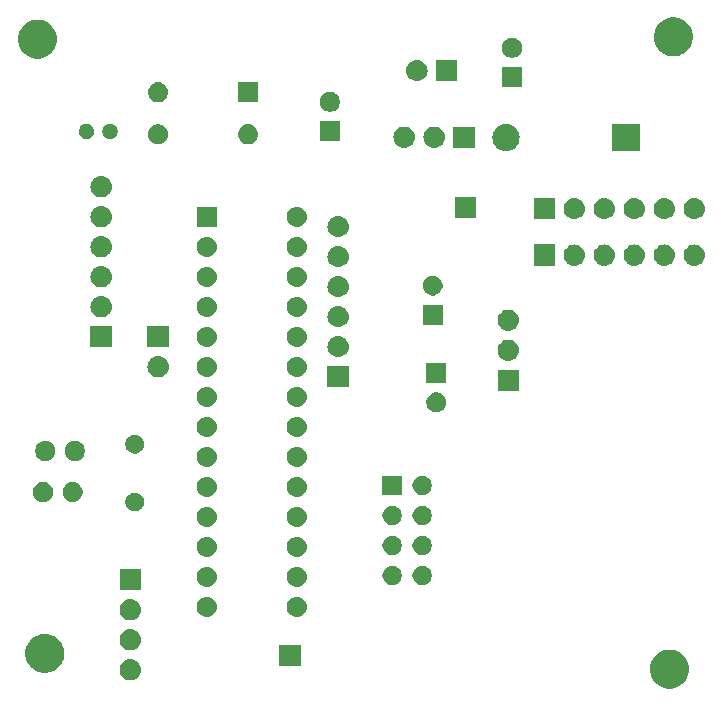
<source format=gbs>
G04 #@! TF.GenerationSoftware,KiCad,Pcbnew,(5.1.4)-1*
G04 #@! TF.CreationDate,2020-08-27T05:36:11+02:00*
G04 #@! TF.ProjectId,transmitter,7472616e-736d-4697-9474-65722e6b6963,v1.0*
G04 #@! TF.SameCoordinates,Original*
G04 #@! TF.FileFunction,Soldermask,Bot*
G04 #@! TF.FilePolarity,Negative*
%FSLAX46Y46*%
G04 Gerber Fmt 4.6, Leading zero omitted, Abs format (unit mm)*
G04 Created by KiCad (PCBNEW (5.1.4)-1) date 2020-08-27 05:36:11*
%MOMM*%
%LPD*%
G04 APERTURE LIST*
%ADD10C,0.100000*%
G04 APERTURE END LIST*
D10*
G36*
X260979256Y-75035798D02*
G01*
X261085579Y-75056947D01*
X261386042Y-75181403D01*
X261656451Y-75362085D01*
X261886415Y-75592049D01*
X262020405Y-75792579D01*
X262067098Y-75862460D01*
X262191553Y-76162922D01*
X262231441Y-76363449D01*
X262255000Y-76481891D01*
X262255000Y-76807109D01*
X262191553Y-77126079D01*
X262067097Y-77426542D01*
X261886415Y-77696951D01*
X261656451Y-77926915D01*
X261386042Y-78107597D01*
X261085579Y-78232053D01*
X260979256Y-78253202D01*
X260766611Y-78295500D01*
X260441389Y-78295500D01*
X260228744Y-78253202D01*
X260122421Y-78232053D01*
X259821958Y-78107597D01*
X259551549Y-77926915D01*
X259321585Y-77696951D01*
X259140903Y-77426542D01*
X259016447Y-77126079D01*
X258953000Y-76807109D01*
X258953000Y-76481891D01*
X258976560Y-76363449D01*
X259016447Y-76162922D01*
X259140902Y-75862460D01*
X259187595Y-75792579D01*
X259321585Y-75592049D01*
X259551549Y-75362085D01*
X259821958Y-75181403D01*
X260122421Y-75056947D01*
X260228744Y-75035798D01*
X260441389Y-74993500D01*
X260766611Y-74993500D01*
X260979256Y-75035798D01*
X260979256Y-75035798D01*
G37*
G36*
X215057942Y-75813518D02*
G01*
X215124127Y-75820037D01*
X215293966Y-75871557D01*
X215450491Y-75955222D01*
X215486229Y-75984552D01*
X215587686Y-76067814D01*
X215665737Y-76162921D01*
X215700278Y-76205009D01*
X215783943Y-76361534D01*
X215835463Y-76531373D01*
X215852859Y-76708000D01*
X215835463Y-76884627D01*
X215783943Y-77054466D01*
X215700278Y-77210991D01*
X215670948Y-77246729D01*
X215587686Y-77348186D01*
X215486229Y-77431448D01*
X215450491Y-77460778D01*
X215293966Y-77544443D01*
X215124127Y-77595963D01*
X215057943Y-77602481D01*
X214991760Y-77609000D01*
X214903240Y-77609000D01*
X214837057Y-77602481D01*
X214770873Y-77595963D01*
X214601034Y-77544443D01*
X214444509Y-77460778D01*
X214408771Y-77431448D01*
X214307314Y-77348186D01*
X214224052Y-77246729D01*
X214194722Y-77210991D01*
X214111057Y-77054466D01*
X214059537Y-76884627D01*
X214042141Y-76708000D01*
X214059537Y-76531373D01*
X214111057Y-76361534D01*
X214194722Y-76205009D01*
X214229263Y-76162921D01*
X214307314Y-76067814D01*
X214408771Y-75984552D01*
X214444509Y-75955222D01*
X214601034Y-75871557D01*
X214770873Y-75820037D01*
X214837058Y-75813518D01*
X214903240Y-75807000D01*
X214991760Y-75807000D01*
X215057942Y-75813518D01*
X215057942Y-75813518D01*
G37*
G36*
X208083756Y-73702298D02*
G01*
X208190079Y-73723447D01*
X208490542Y-73847903D01*
X208760951Y-74028585D01*
X208990915Y-74258549D01*
X209171597Y-74528958D01*
X209287257Y-74808185D01*
X209296053Y-74829422D01*
X209359500Y-75148389D01*
X209359500Y-75473611D01*
X209317202Y-75686256D01*
X209296053Y-75792579D01*
X209267108Y-75862458D01*
X209182047Y-76067815D01*
X209171597Y-76093042D01*
X208990915Y-76363451D01*
X208760951Y-76593415D01*
X208490542Y-76774097D01*
X208190079Y-76898553D01*
X208083756Y-76919702D01*
X207871111Y-76962000D01*
X207545889Y-76962000D01*
X207333244Y-76919702D01*
X207226921Y-76898553D01*
X206926458Y-76774097D01*
X206656049Y-76593415D01*
X206426085Y-76363451D01*
X206245403Y-76093042D01*
X206234954Y-76067815D01*
X206149892Y-75862458D01*
X206120947Y-75792579D01*
X206099798Y-75686256D01*
X206057500Y-75473611D01*
X206057500Y-75148389D01*
X206120947Y-74829422D01*
X206129744Y-74808185D01*
X206245403Y-74528958D01*
X206426085Y-74258549D01*
X206656049Y-74028585D01*
X206926458Y-73847903D01*
X207226921Y-73723447D01*
X207333244Y-73702298D01*
X207545889Y-73660000D01*
X207871111Y-73660000D01*
X208083756Y-73702298D01*
X208083756Y-73702298D01*
G37*
G36*
X229374000Y-76402500D02*
G01*
X227572000Y-76402500D01*
X227572000Y-74600500D01*
X229374000Y-74600500D01*
X229374000Y-76402500D01*
X229374000Y-76402500D01*
G37*
G36*
X215057943Y-73273519D02*
G01*
X215124127Y-73280037D01*
X215293966Y-73331557D01*
X215450491Y-73415222D01*
X215486229Y-73444552D01*
X215587686Y-73527814D01*
X215670948Y-73629271D01*
X215700278Y-73665009D01*
X215783943Y-73821534D01*
X215835463Y-73991373D01*
X215852859Y-74168000D01*
X215835463Y-74344627D01*
X215783943Y-74514466D01*
X215700278Y-74670991D01*
X215670948Y-74706729D01*
X215587686Y-74808186D01*
X215486229Y-74891448D01*
X215450491Y-74920778D01*
X215293966Y-75004443D01*
X215124127Y-75055963D01*
X215057943Y-75062481D01*
X214991760Y-75069000D01*
X214903240Y-75069000D01*
X214837057Y-75062481D01*
X214770873Y-75055963D01*
X214601034Y-75004443D01*
X214444509Y-74920778D01*
X214408771Y-74891448D01*
X214307314Y-74808186D01*
X214224052Y-74706729D01*
X214194722Y-74670991D01*
X214111057Y-74514466D01*
X214059537Y-74344627D01*
X214042141Y-74168000D01*
X214059537Y-73991373D01*
X214111057Y-73821534D01*
X214194722Y-73665009D01*
X214224052Y-73629271D01*
X214307314Y-73527814D01*
X214408771Y-73444552D01*
X214444509Y-73415222D01*
X214601034Y-73331557D01*
X214770873Y-73280037D01*
X214837057Y-73273519D01*
X214903240Y-73267000D01*
X214991760Y-73267000D01*
X215057943Y-73273519D01*
X215057943Y-73273519D01*
G37*
G36*
X215057942Y-70733518D02*
G01*
X215124127Y-70740037D01*
X215293966Y-70791557D01*
X215450491Y-70875222D01*
X215479369Y-70898922D01*
X215587686Y-70987814D01*
X215670948Y-71089271D01*
X215700278Y-71125009D01*
X215783943Y-71281534D01*
X215835463Y-71451373D01*
X215852859Y-71628000D01*
X215835463Y-71804627D01*
X215783943Y-71974466D01*
X215700278Y-72130991D01*
X215670948Y-72166729D01*
X215587686Y-72268186D01*
X215486229Y-72351448D01*
X215450491Y-72380778D01*
X215293966Y-72464443D01*
X215124127Y-72515963D01*
X215057942Y-72522482D01*
X214991760Y-72529000D01*
X214903240Y-72529000D01*
X214837058Y-72522482D01*
X214770873Y-72515963D01*
X214601034Y-72464443D01*
X214444509Y-72380778D01*
X214408771Y-72351448D01*
X214307314Y-72268186D01*
X214224052Y-72166729D01*
X214194722Y-72130991D01*
X214111057Y-71974466D01*
X214059537Y-71804627D01*
X214042141Y-71628000D01*
X214059537Y-71451373D01*
X214111057Y-71281534D01*
X214194722Y-71125009D01*
X214224052Y-71089271D01*
X214307314Y-70987814D01*
X214415631Y-70898922D01*
X214444509Y-70875222D01*
X214601034Y-70791557D01*
X214770873Y-70740037D01*
X214837058Y-70733518D01*
X214903240Y-70727000D01*
X214991760Y-70727000D01*
X215057942Y-70733518D01*
X215057942Y-70733518D01*
G37*
G36*
X221591323Y-70535313D02*
G01*
X221751742Y-70583976D01*
X221884406Y-70654886D01*
X221899578Y-70662996D01*
X222029159Y-70769341D01*
X222135504Y-70898922D01*
X222135505Y-70898924D01*
X222214524Y-71046758D01*
X222263187Y-71207177D01*
X222279617Y-71374000D01*
X222263187Y-71540823D01*
X222214524Y-71701242D01*
X222143614Y-71833906D01*
X222135504Y-71849078D01*
X222029159Y-71978659D01*
X221899578Y-72085004D01*
X221899576Y-72085005D01*
X221751742Y-72164024D01*
X221591323Y-72212687D01*
X221466304Y-72225000D01*
X221382696Y-72225000D01*
X221257677Y-72212687D01*
X221097258Y-72164024D01*
X220949424Y-72085005D01*
X220949422Y-72085004D01*
X220819841Y-71978659D01*
X220713496Y-71849078D01*
X220705386Y-71833906D01*
X220634476Y-71701242D01*
X220585813Y-71540823D01*
X220569383Y-71374000D01*
X220585813Y-71207177D01*
X220634476Y-71046758D01*
X220713495Y-70898924D01*
X220713496Y-70898922D01*
X220819841Y-70769341D01*
X220949422Y-70662996D01*
X220964594Y-70654886D01*
X221097258Y-70583976D01*
X221257677Y-70535313D01*
X221382696Y-70523000D01*
X221466304Y-70523000D01*
X221591323Y-70535313D01*
X221591323Y-70535313D01*
G37*
G36*
X229211323Y-70535313D02*
G01*
X229371742Y-70583976D01*
X229504406Y-70654886D01*
X229519578Y-70662996D01*
X229649159Y-70769341D01*
X229755504Y-70898922D01*
X229755505Y-70898924D01*
X229834524Y-71046758D01*
X229883187Y-71207177D01*
X229899617Y-71374000D01*
X229883187Y-71540823D01*
X229834524Y-71701242D01*
X229763614Y-71833906D01*
X229755504Y-71849078D01*
X229649159Y-71978659D01*
X229519578Y-72085004D01*
X229519576Y-72085005D01*
X229371742Y-72164024D01*
X229211323Y-72212687D01*
X229086304Y-72225000D01*
X229002696Y-72225000D01*
X228877677Y-72212687D01*
X228717258Y-72164024D01*
X228569424Y-72085005D01*
X228569422Y-72085004D01*
X228439841Y-71978659D01*
X228333496Y-71849078D01*
X228325386Y-71833906D01*
X228254476Y-71701242D01*
X228205813Y-71540823D01*
X228189383Y-71374000D01*
X228205813Y-71207177D01*
X228254476Y-71046758D01*
X228333495Y-70898924D01*
X228333496Y-70898922D01*
X228439841Y-70769341D01*
X228569422Y-70662996D01*
X228584594Y-70654886D01*
X228717258Y-70583976D01*
X228877677Y-70535313D01*
X229002696Y-70523000D01*
X229086304Y-70523000D01*
X229211323Y-70535313D01*
X229211323Y-70535313D01*
G37*
G36*
X215848500Y-69989000D02*
G01*
X214046500Y-69989000D01*
X214046500Y-68187000D01*
X215848500Y-68187000D01*
X215848500Y-69989000D01*
X215848500Y-69989000D01*
G37*
G36*
X221591323Y-67995313D02*
G01*
X221751742Y-68043976D01*
X221884406Y-68114886D01*
X221899578Y-68122996D01*
X222029159Y-68229341D01*
X222135504Y-68358922D01*
X222135505Y-68358924D01*
X222214524Y-68506758D01*
X222263187Y-68667177D01*
X222279617Y-68834000D01*
X222263187Y-69000823D01*
X222214524Y-69161242D01*
X222180308Y-69225255D01*
X222135504Y-69309078D01*
X222029159Y-69438659D01*
X221899578Y-69545004D01*
X221899576Y-69545005D01*
X221751742Y-69624024D01*
X221591323Y-69672687D01*
X221466304Y-69685000D01*
X221382696Y-69685000D01*
X221257677Y-69672687D01*
X221097258Y-69624024D01*
X220949424Y-69545005D01*
X220949422Y-69545004D01*
X220819841Y-69438659D01*
X220713496Y-69309078D01*
X220668692Y-69225255D01*
X220634476Y-69161242D01*
X220585813Y-69000823D01*
X220569383Y-68834000D01*
X220585813Y-68667177D01*
X220634476Y-68506758D01*
X220713495Y-68358924D01*
X220713496Y-68358922D01*
X220819841Y-68229341D01*
X220949422Y-68122996D01*
X220964594Y-68114886D01*
X221097258Y-68043976D01*
X221257677Y-67995313D01*
X221382696Y-67983000D01*
X221466304Y-67983000D01*
X221591323Y-67995313D01*
X221591323Y-67995313D01*
G37*
G36*
X229211323Y-67995313D02*
G01*
X229371742Y-68043976D01*
X229504406Y-68114886D01*
X229519578Y-68122996D01*
X229649159Y-68229341D01*
X229755504Y-68358922D01*
X229755505Y-68358924D01*
X229834524Y-68506758D01*
X229883187Y-68667177D01*
X229899617Y-68834000D01*
X229883187Y-69000823D01*
X229834524Y-69161242D01*
X229800308Y-69225255D01*
X229755504Y-69309078D01*
X229649159Y-69438659D01*
X229519578Y-69545004D01*
X229519576Y-69545005D01*
X229371742Y-69624024D01*
X229211323Y-69672687D01*
X229086304Y-69685000D01*
X229002696Y-69685000D01*
X228877677Y-69672687D01*
X228717258Y-69624024D01*
X228569424Y-69545005D01*
X228569422Y-69545004D01*
X228439841Y-69438659D01*
X228333496Y-69309078D01*
X228288692Y-69225255D01*
X228254476Y-69161242D01*
X228205813Y-69000823D01*
X228189383Y-68834000D01*
X228205813Y-68667177D01*
X228254476Y-68506758D01*
X228333495Y-68358924D01*
X228333496Y-68358922D01*
X228439841Y-68229341D01*
X228569422Y-68122996D01*
X228584594Y-68114886D01*
X228717258Y-68043976D01*
X228877677Y-67995313D01*
X229002696Y-67983000D01*
X229086304Y-67983000D01*
X229211323Y-67995313D01*
X229211323Y-67995313D01*
G37*
G36*
X239886142Y-67925242D02*
G01*
X240034101Y-67986529D01*
X240167255Y-68075499D01*
X240280501Y-68188745D01*
X240369471Y-68321899D01*
X240430758Y-68469858D01*
X240462000Y-68626925D01*
X240462000Y-68787075D01*
X240430758Y-68944142D01*
X240369471Y-69092101D01*
X240280501Y-69225255D01*
X240167255Y-69338501D01*
X240034101Y-69427471D01*
X239886142Y-69488758D01*
X239729075Y-69520000D01*
X239568925Y-69520000D01*
X239411858Y-69488758D01*
X239263899Y-69427471D01*
X239130745Y-69338501D01*
X239017499Y-69225255D01*
X238928529Y-69092101D01*
X238867242Y-68944142D01*
X238836000Y-68787075D01*
X238836000Y-68626925D01*
X238867242Y-68469858D01*
X238928529Y-68321899D01*
X239017499Y-68188745D01*
X239130745Y-68075499D01*
X239263899Y-67986529D01*
X239411858Y-67925242D01*
X239568925Y-67894000D01*
X239729075Y-67894000D01*
X239886142Y-67925242D01*
X239886142Y-67925242D01*
G37*
G36*
X237346142Y-67925242D02*
G01*
X237494101Y-67986529D01*
X237627255Y-68075499D01*
X237740501Y-68188745D01*
X237829471Y-68321899D01*
X237890758Y-68469858D01*
X237922000Y-68626925D01*
X237922000Y-68787075D01*
X237890758Y-68944142D01*
X237829471Y-69092101D01*
X237740501Y-69225255D01*
X237627255Y-69338501D01*
X237494101Y-69427471D01*
X237346142Y-69488758D01*
X237189075Y-69520000D01*
X237028925Y-69520000D01*
X236871858Y-69488758D01*
X236723899Y-69427471D01*
X236590745Y-69338501D01*
X236477499Y-69225255D01*
X236388529Y-69092101D01*
X236327242Y-68944142D01*
X236296000Y-68787075D01*
X236296000Y-68626925D01*
X236327242Y-68469858D01*
X236388529Y-68321899D01*
X236477499Y-68188745D01*
X236590745Y-68075499D01*
X236723899Y-67986529D01*
X236871858Y-67925242D01*
X237028925Y-67894000D01*
X237189075Y-67894000D01*
X237346142Y-67925242D01*
X237346142Y-67925242D01*
G37*
G36*
X221591323Y-65455313D02*
G01*
X221751742Y-65503976D01*
X221884406Y-65574886D01*
X221899578Y-65582996D01*
X222029159Y-65689341D01*
X222135504Y-65818922D01*
X222135505Y-65818924D01*
X222214524Y-65966758D01*
X222263187Y-66127177D01*
X222279617Y-66294000D01*
X222263187Y-66460823D01*
X222214524Y-66621242D01*
X222180308Y-66685255D01*
X222135504Y-66769078D01*
X222029159Y-66898659D01*
X221899578Y-67005004D01*
X221899576Y-67005005D01*
X221751742Y-67084024D01*
X221591323Y-67132687D01*
X221466304Y-67145000D01*
X221382696Y-67145000D01*
X221257677Y-67132687D01*
X221097258Y-67084024D01*
X220949424Y-67005005D01*
X220949422Y-67005004D01*
X220819841Y-66898659D01*
X220713496Y-66769078D01*
X220668692Y-66685255D01*
X220634476Y-66621242D01*
X220585813Y-66460823D01*
X220569383Y-66294000D01*
X220585813Y-66127177D01*
X220634476Y-65966758D01*
X220713495Y-65818924D01*
X220713496Y-65818922D01*
X220819841Y-65689341D01*
X220949422Y-65582996D01*
X220964594Y-65574886D01*
X221097258Y-65503976D01*
X221257677Y-65455313D01*
X221382696Y-65443000D01*
X221466304Y-65443000D01*
X221591323Y-65455313D01*
X221591323Y-65455313D01*
G37*
G36*
X229211323Y-65455313D02*
G01*
X229371742Y-65503976D01*
X229504406Y-65574886D01*
X229519578Y-65582996D01*
X229649159Y-65689341D01*
X229755504Y-65818922D01*
X229755505Y-65818924D01*
X229834524Y-65966758D01*
X229883187Y-66127177D01*
X229899617Y-66294000D01*
X229883187Y-66460823D01*
X229834524Y-66621242D01*
X229800308Y-66685255D01*
X229755504Y-66769078D01*
X229649159Y-66898659D01*
X229519578Y-67005004D01*
X229519576Y-67005005D01*
X229371742Y-67084024D01*
X229211323Y-67132687D01*
X229086304Y-67145000D01*
X229002696Y-67145000D01*
X228877677Y-67132687D01*
X228717258Y-67084024D01*
X228569424Y-67005005D01*
X228569422Y-67005004D01*
X228439841Y-66898659D01*
X228333496Y-66769078D01*
X228288692Y-66685255D01*
X228254476Y-66621242D01*
X228205813Y-66460823D01*
X228189383Y-66294000D01*
X228205813Y-66127177D01*
X228254476Y-65966758D01*
X228333495Y-65818924D01*
X228333496Y-65818922D01*
X228439841Y-65689341D01*
X228569422Y-65582996D01*
X228584594Y-65574886D01*
X228717258Y-65503976D01*
X228877677Y-65455313D01*
X229002696Y-65443000D01*
X229086304Y-65443000D01*
X229211323Y-65455313D01*
X229211323Y-65455313D01*
G37*
G36*
X237346142Y-65385242D02*
G01*
X237494101Y-65446529D01*
X237627255Y-65535499D01*
X237740501Y-65648745D01*
X237829471Y-65781899D01*
X237890758Y-65929858D01*
X237922000Y-66086925D01*
X237922000Y-66247075D01*
X237890758Y-66404142D01*
X237829471Y-66552101D01*
X237740501Y-66685255D01*
X237627255Y-66798501D01*
X237494101Y-66887471D01*
X237346142Y-66948758D01*
X237189075Y-66980000D01*
X237028925Y-66980000D01*
X236871858Y-66948758D01*
X236723899Y-66887471D01*
X236590745Y-66798501D01*
X236477499Y-66685255D01*
X236388529Y-66552101D01*
X236327242Y-66404142D01*
X236296000Y-66247075D01*
X236296000Y-66086925D01*
X236327242Y-65929858D01*
X236388529Y-65781899D01*
X236477499Y-65648745D01*
X236590745Y-65535499D01*
X236723899Y-65446529D01*
X236871858Y-65385242D01*
X237028925Y-65354000D01*
X237189075Y-65354000D01*
X237346142Y-65385242D01*
X237346142Y-65385242D01*
G37*
G36*
X239886142Y-65385242D02*
G01*
X240034101Y-65446529D01*
X240167255Y-65535499D01*
X240280501Y-65648745D01*
X240369471Y-65781899D01*
X240430758Y-65929858D01*
X240462000Y-66086925D01*
X240462000Y-66247075D01*
X240430758Y-66404142D01*
X240369471Y-66552101D01*
X240280501Y-66685255D01*
X240167255Y-66798501D01*
X240034101Y-66887471D01*
X239886142Y-66948758D01*
X239729075Y-66980000D01*
X239568925Y-66980000D01*
X239411858Y-66948758D01*
X239263899Y-66887471D01*
X239130745Y-66798501D01*
X239017499Y-66685255D01*
X238928529Y-66552101D01*
X238867242Y-66404142D01*
X238836000Y-66247075D01*
X238836000Y-66086925D01*
X238867242Y-65929858D01*
X238928529Y-65781899D01*
X239017499Y-65648745D01*
X239130745Y-65535499D01*
X239263899Y-65446529D01*
X239411858Y-65385242D01*
X239568925Y-65354000D01*
X239729075Y-65354000D01*
X239886142Y-65385242D01*
X239886142Y-65385242D01*
G37*
G36*
X221591323Y-62915313D02*
G01*
X221751742Y-62963976D01*
X221828694Y-63005108D01*
X221899578Y-63042996D01*
X222029159Y-63149341D01*
X222135504Y-63278922D01*
X222135505Y-63278924D01*
X222214524Y-63426758D01*
X222263187Y-63587177D01*
X222279617Y-63754000D01*
X222263187Y-63920823D01*
X222214524Y-64081242D01*
X222180308Y-64145255D01*
X222135504Y-64229078D01*
X222029159Y-64358659D01*
X221899578Y-64465004D01*
X221899576Y-64465005D01*
X221751742Y-64544024D01*
X221591323Y-64592687D01*
X221466304Y-64605000D01*
X221382696Y-64605000D01*
X221257677Y-64592687D01*
X221097258Y-64544024D01*
X220949424Y-64465005D01*
X220949422Y-64465004D01*
X220819841Y-64358659D01*
X220713496Y-64229078D01*
X220668692Y-64145255D01*
X220634476Y-64081242D01*
X220585813Y-63920823D01*
X220569383Y-63754000D01*
X220585813Y-63587177D01*
X220634476Y-63426758D01*
X220713495Y-63278924D01*
X220713496Y-63278922D01*
X220819841Y-63149341D01*
X220949422Y-63042996D01*
X221020306Y-63005108D01*
X221097258Y-62963976D01*
X221257677Y-62915313D01*
X221382696Y-62903000D01*
X221466304Y-62903000D01*
X221591323Y-62915313D01*
X221591323Y-62915313D01*
G37*
G36*
X229211323Y-62915313D02*
G01*
X229371742Y-62963976D01*
X229448694Y-63005108D01*
X229519578Y-63042996D01*
X229649159Y-63149341D01*
X229755504Y-63278922D01*
X229755505Y-63278924D01*
X229834524Y-63426758D01*
X229883187Y-63587177D01*
X229899617Y-63754000D01*
X229883187Y-63920823D01*
X229834524Y-64081242D01*
X229800308Y-64145255D01*
X229755504Y-64229078D01*
X229649159Y-64358659D01*
X229519578Y-64465004D01*
X229519576Y-64465005D01*
X229371742Y-64544024D01*
X229211323Y-64592687D01*
X229086304Y-64605000D01*
X229002696Y-64605000D01*
X228877677Y-64592687D01*
X228717258Y-64544024D01*
X228569424Y-64465005D01*
X228569422Y-64465004D01*
X228439841Y-64358659D01*
X228333496Y-64229078D01*
X228288692Y-64145255D01*
X228254476Y-64081242D01*
X228205813Y-63920823D01*
X228189383Y-63754000D01*
X228205813Y-63587177D01*
X228254476Y-63426758D01*
X228333495Y-63278924D01*
X228333496Y-63278922D01*
X228439841Y-63149341D01*
X228569422Y-63042996D01*
X228640306Y-63005108D01*
X228717258Y-62963976D01*
X228877677Y-62915313D01*
X229002696Y-62903000D01*
X229086304Y-62903000D01*
X229211323Y-62915313D01*
X229211323Y-62915313D01*
G37*
G36*
X237346142Y-62845242D02*
G01*
X237494101Y-62906529D01*
X237627255Y-62995499D01*
X237740501Y-63108745D01*
X237829471Y-63241899D01*
X237890758Y-63389858D01*
X237922000Y-63546925D01*
X237922000Y-63707075D01*
X237890758Y-63864142D01*
X237829471Y-64012101D01*
X237740501Y-64145255D01*
X237627255Y-64258501D01*
X237494101Y-64347471D01*
X237346142Y-64408758D01*
X237189075Y-64440000D01*
X237028925Y-64440000D01*
X236871858Y-64408758D01*
X236723899Y-64347471D01*
X236590745Y-64258501D01*
X236477499Y-64145255D01*
X236388529Y-64012101D01*
X236327242Y-63864142D01*
X236296000Y-63707075D01*
X236296000Y-63546925D01*
X236327242Y-63389858D01*
X236388529Y-63241899D01*
X236477499Y-63108745D01*
X236590745Y-62995499D01*
X236723899Y-62906529D01*
X236871858Y-62845242D01*
X237028925Y-62814000D01*
X237189075Y-62814000D01*
X237346142Y-62845242D01*
X237346142Y-62845242D01*
G37*
G36*
X239886142Y-62845242D02*
G01*
X240034101Y-62906529D01*
X240167255Y-62995499D01*
X240280501Y-63108745D01*
X240369471Y-63241899D01*
X240430758Y-63389858D01*
X240462000Y-63546925D01*
X240462000Y-63707075D01*
X240430758Y-63864142D01*
X240369471Y-64012101D01*
X240280501Y-64145255D01*
X240167255Y-64258501D01*
X240034101Y-64347471D01*
X239886142Y-64408758D01*
X239729075Y-64440000D01*
X239568925Y-64440000D01*
X239411858Y-64408758D01*
X239263899Y-64347471D01*
X239130745Y-64258501D01*
X239017499Y-64145255D01*
X238928529Y-64012101D01*
X238867242Y-63864142D01*
X238836000Y-63707075D01*
X238836000Y-63546925D01*
X238867242Y-63389858D01*
X238928529Y-63241899D01*
X239017499Y-63108745D01*
X239130745Y-62995499D01*
X239263899Y-62906529D01*
X239411858Y-62845242D01*
X239568925Y-62814000D01*
X239729075Y-62814000D01*
X239886142Y-62845242D01*
X239886142Y-62845242D01*
G37*
G36*
X215562142Y-61724281D02*
G01*
X215707914Y-61784662D01*
X215707916Y-61784663D01*
X215839108Y-61872322D01*
X215950678Y-61983892D01*
X216002598Y-62061597D01*
X216038338Y-62115086D01*
X216098719Y-62260858D01*
X216129500Y-62415607D01*
X216129500Y-62573393D01*
X216098719Y-62728142D01*
X216063155Y-62814000D01*
X216038337Y-62873916D01*
X215950678Y-63005108D01*
X215839108Y-63116678D01*
X215707916Y-63204337D01*
X215707915Y-63204338D01*
X215707914Y-63204338D01*
X215562142Y-63264719D01*
X215407393Y-63295500D01*
X215249607Y-63295500D01*
X215094858Y-63264719D01*
X214949086Y-63204338D01*
X214949085Y-63204338D01*
X214949084Y-63204337D01*
X214817892Y-63116678D01*
X214706322Y-63005108D01*
X214618663Y-62873916D01*
X214593845Y-62814000D01*
X214558281Y-62728142D01*
X214527500Y-62573393D01*
X214527500Y-62415607D01*
X214558281Y-62260858D01*
X214618662Y-62115086D01*
X214654402Y-62061597D01*
X214706322Y-61983892D01*
X214817892Y-61872322D01*
X214949084Y-61784663D01*
X214949086Y-61784662D01*
X215094858Y-61724281D01*
X215249607Y-61693500D01*
X215407393Y-61693500D01*
X215562142Y-61724281D01*
X215562142Y-61724281D01*
G37*
G36*
X210306228Y-60840203D02*
G01*
X210461100Y-60904353D01*
X210600481Y-60997485D01*
X210719015Y-61116019D01*
X210812147Y-61255400D01*
X210876297Y-61410272D01*
X210909000Y-61574684D01*
X210909000Y-61742316D01*
X210876297Y-61906728D01*
X210812147Y-62061600D01*
X210719015Y-62200981D01*
X210600481Y-62319515D01*
X210461100Y-62412647D01*
X210306228Y-62476797D01*
X210141816Y-62509500D01*
X209974184Y-62509500D01*
X209809772Y-62476797D01*
X209654900Y-62412647D01*
X209515519Y-62319515D01*
X209396985Y-62200981D01*
X209303853Y-62061600D01*
X209239703Y-61906728D01*
X209207000Y-61742316D01*
X209207000Y-61574684D01*
X209239703Y-61410272D01*
X209303853Y-61255400D01*
X209396985Y-61116019D01*
X209515519Y-60997485D01*
X209654900Y-60904353D01*
X209809772Y-60840203D01*
X209974184Y-60807500D01*
X210141816Y-60807500D01*
X210306228Y-60840203D01*
X210306228Y-60840203D01*
G37*
G36*
X207806228Y-60840203D02*
G01*
X207961100Y-60904353D01*
X208100481Y-60997485D01*
X208219015Y-61116019D01*
X208312147Y-61255400D01*
X208376297Y-61410272D01*
X208409000Y-61574684D01*
X208409000Y-61742316D01*
X208376297Y-61906728D01*
X208312147Y-62061600D01*
X208219015Y-62200981D01*
X208100481Y-62319515D01*
X207961100Y-62412647D01*
X207806228Y-62476797D01*
X207641816Y-62509500D01*
X207474184Y-62509500D01*
X207309772Y-62476797D01*
X207154900Y-62412647D01*
X207015519Y-62319515D01*
X206896985Y-62200981D01*
X206803853Y-62061600D01*
X206739703Y-61906728D01*
X206707000Y-61742316D01*
X206707000Y-61574684D01*
X206739703Y-61410272D01*
X206803853Y-61255400D01*
X206896985Y-61116019D01*
X207015519Y-60997485D01*
X207154900Y-60904353D01*
X207309772Y-60840203D01*
X207474184Y-60807500D01*
X207641816Y-60807500D01*
X207806228Y-60840203D01*
X207806228Y-60840203D01*
G37*
G36*
X229211323Y-60375313D02*
G01*
X229371742Y-60423976D01*
X229504406Y-60494886D01*
X229519578Y-60502996D01*
X229649159Y-60609341D01*
X229755504Y-60738922D01*
X229755505Y-60738924D01*
X229834524Y-60886758D01*
X229883187Y-61047177D01*
X229899617Y-61214000D01*
X229883187Y-61380823D01*
X229834524Y-61541242D01*
X229816648Y-61574685D01*
X229755504Y-61689078D01*
X229649159Y-61818659D01*
X229519578Y-61925004D01*
X229519576Y-61925005D01*
X229371742Y-62004024D01*
X229211323Y-62052687D01*
X229086304Y-62065000D01*
X229002696Y-62065000D01*
X228877677Y-62052687D01*
X228717258Y-62004024D01*
X228569424Y-61925005D01*
X228569422Y-61925004D01*
X228439841Y-61818659D01*
X228333496Y-61689078D01*
X228272352Y-61574685D01*
X228254476Y-61541242D01*
X228205813Y-61380823D01*
X228189383Y-61214000D01*
X228205813Y-61047177D01*
X228254476Y-60886758D01*
X228333495Y-60738924D01*
X228333496Y-60738922D01*
X228439841Y-60609341D01*
X228569422Y-60502996D01*
X228584594Y-60494886D01*
X228717258Y-60423976D01*
X228877677Y-60375313D01*
X229002696Y-60363000D01*
X229086304Y-60363000D01*
X229211323Y-60375313D01*
X229211323Y-60375313D01*
G37*
G36*
X221591323Y-60375313D02*
G01*
X221751742Y-60423976D01*
X221884406Y-60494886D01*
X221899578Y-60502996D01*
X222029159Y-60609341D01*
X222135504Y-60738922D01*
X222135505Y-60738924D01*
X222214524Y-60886758D01*
X222263187Y-61047177D01*
X222279617Y-61214000D01*
X222263187Y-61380823D01*
X222214524Y-61541242D01*
X222196648Y-61574685D01*
X222135504Y-61689078D01*
X222029159Y-61818659D01*
X221899578Y-61925004D01*
X221899576Y-61925005D01*
X221751742Y-62004024D01*
X221591323Y-62052687D01*
X221466304Y-62065000D01*
X221382696Y-62065000D01*
X221257677Y-62052687D01*
X221097258Y-62004024D01*
X220949424Y-61925005D01*
X220949422Y-61925004D01*
X220819841Y-61818659D01*
X220713496Y-61689078D01*
X220652352Y-61574685D01*
X220634476Y-61541242D01*
X220585813Y-61380823D01*
X220569383Y-61214000D01*
X220585813Y-61047177D01*
X220634476Y-60886758D01*
X220713495Y-60738924D01*
X220713496Y-60738922D01*
X220819841Y-60609341D01*
X220949422Y-60502996D01*
X220964594Y-60494886D01*
X221097258Y-60423976D01*
X221257677Y-60375313D01*
X221382696Y-60363000D01*
X221466304Y-60363000D01*
X221591323Y-60375313D01*
X221591323Y-60375313D01*
G37*
G36*
X237922000Y-61900000D02*
G01*
X236296000Y-61900000D01*
X236296000Y-60274000D01*
X237922000Y-60274000D01*
X237922000Y-61900000D01*
X237922000Y-61900000D01*
G37*
G36*
X239886142Y-60305242D02*
G01*
X240034101Y-60366529D01*
X240167255Y-60455499D01*
X240280501Y-60568745D01*
X240369471Y-60701899D01*
X240430758Y-60849858D01*
X240462000Y-61006925D01*
X240462000Y-61167075D01*
X240430758Y-61324142D01*
X240369471Y-61472101D01*
X240280501Y-61605255D01*
X240167255Y-61718501D01*
X240034101Y-61807471D01*
X239886142Y-61868758D01*
X239729075Y-61900000D01*
X239568925Y-61900000D01*
X239411858Y-61868758D01*
X239263899Y-61807471D01*
X239130745Y-61718501D01*
X239017499Y-61605255D01*
X238928529Y-61472101D01*
X238867242Y-61324142D01*
X238836000Y-61167075D01*
X238836000Y-61006925D01*
X238867242Y-60849858D01*
X238928529Y-60701899D01*
X239017499Y-60568745D01*
X239130745Y-60455499D01*
X239263899Y-60366529D01*
X239411858Y-60305242D01*
X239568925Y-60274000D01*
X239729075Y-60274000D01*
X239886142Y-60305242D01*
X239886142Y-60305242D01*
G37*
G36*
X229211323Y-57835313D02*
G01*
X229371742Y-57883976D01*
X229504406Y-57954886D01*
X229519578Y-57962996D01*
X229649159Y-58069341D01*
X229755504Y-58198922D01*
X229755505Y-58198924D01*
X229834524Y-58346758D01*
X229883187Y-58507177D01*
X229899617Y-58674000D01*
X229883187Y-58840823D01*
X229834524Y-59001242D01*
X229826101Y-59017000D01*
X229755504Y-59149078D01*
X229649159Y-59278659D01*
X229519578Y-59385004D01*
X229519576Y-59385005D01*
X229371742Y-59464024D01*
X229211323Y-59512687D01*
X229086304Y-59525000D01*
X229002696Y-59525000D01*
X228877677Y-59512687D01*
X228717258Y-59464024D01*
X228569424Y-59385005D01*
X228569422Y-59385004D01*
X228439841Y-59278659D01*
X228333496Y-59149078D01*
X228262899Y-59017000D01*
X228254476Y-59001242D01*
X228205813Y-58840823D01*
X228189383Y-58674000D01*
X228205813Y-58507177D01*
X228254476Y-58346758D01*
X228333495Y-58198924D01*
X228333496Y-58198922D01*
X228439841Y-58069341D01*
X228569422Y-57962996D01*
X228584594Y-57954886D01*
X228717258Y-57883976D01*
X228877677Y-57835313D01*
X229002696Y-57823000D01*
X229086304Y-57823000D01*
X229211323Y-57835313D01*
X229211323Y-57835313D01*
G37*
G36*
X221591323Y-57835313D02*
G01*
X221751742Y-57883976D01*
X221884406Y-57954886D01*
X221899578Y-57962996D01*
X222029159Y-58069341D01*
X222135504Y-58198922D01*
X222135505Y-58198924D01*
X222214524Y-58346758D01*
X222263187Y-58507177D01*
X222279617Y-58674000D01*
X222263187Y-58840823D01*
X222214524Y-59001242D01*
X222206101Y-59017000D01*
X222135504Y-59149078D01*
X222029159Y-59278659D01*
X221899578Y-59385004D01*
X221899576Y-59385005D01*
X221751742Y-59464024D01*
X221591323Y-59512687D01*
X221466304Y-59525000D01*
X221382696Y-59525000D01*
X221257677Y-59512687D01*
X221097258Y-59464024D01*
X220949424Y-59385005D01*
X220949422Y-59385004D01*
X220819841Y-59278659D01*
X220713496Y-59149078D01*
X220642899Y-59017000D01*
X220634476Y-59001242D01*
X220585813Y-58840823D01*
X220569383Y-58674000D01*
X220585813Y-58507177D01*
X220634476Y-58346758D01*
X220713495Y-58198924D01*
X220713496Y-58198922D01*
X220819841Y-58069341D01*
X220949422Y-57962996D01*
X220964594Y-57954886D01*
X221097258Y-57883976D01*
X221257677Y-57835313D01*
X221382696Y-57823000D01*
X221466304Y-57823000D01*
X221591323Y-57835313D01*
X221591323Y-57835313D01*
G37*
G36*
X207996728Y-57347703D02*
G01*
X208151600Y-57411853D01*
X208290981Y-57504985D01*
X208409515Y-57623519D01*
X208502647Y-57762900D01*
X208566797Y-57917772D01*
X208599500Y-58082184D01*
X208599500Y-58249816D01*
X208566797Y-58414228D01*
X208502647Y-58569100D01*
X208409515Y-58708481D01*
X208290981Y-58827015D01*
X208151600Y-58920147D01*
X207996728Y-58984297D01*
X207832316Y-59017000D01*
X207664684Y-59017000D01*
X207500272Y-58984297D01*
X207345400Y-58920147D01*
X207206019Y-58827015D01*
X207087485Y-58708481D01*
X206994353Y-58569100D01*
X206930203Y-58414228D01*
X206897500Y-58249816D01*
X206897500Y-58082184D01*
X206930203Y-57917772D01*
X206994353Y-57762900D01*
X207087485Y-57623519D01*
X207206019Y-57504985D01*
X207345400Y-57411853D01*
X207500272Y-57347703D01*
X207664684Y-57315000D01*
X207832316Y-57315000D01*
X207996728Y-57347703D01*
X207996728Y-57347703D01*
G37*
G36*
X210496728Y-57347703D02*
G01*
X210651600Y-57411853D01*
X210790981Y-57504985D01*
X210909515Y-57623519D01*
X211002647Y-57762900D01*
X211066797Y-57917772D01*
X211099500Y-58082184D01*
X211099500Y-58249816D01*
X211066797Y-58414228D01*
X211002647Y-58569100D01*
X210909515Y-58708481D01*
X210790981Y-58827015D01*
X210651600Y-58920147D01*
X210496728Y-58984297D01*
X210332316Y-59017000D01*
X210164684Y-59017000D01*
X210000272Y-58984297D01*
X209845400Y-58920147D01*
X209706019Y-58827015D01*
X209587485Y-58708481D01*
X209494353Y-58569100D01*
X209430203Y-58414228D01*
X209397500Y-58249816D01*
X209397500Y-58082184D01*
X209430203Y-57917772D01*
X209494353Y-57762900D01*
X209587485Y-57623519D01*
X209706019Y-57504985D01*
X209845400Y-57411853D01*
X210000272Y-57347703D01*
X210164684Y-57315000D01*
X210332316Y-57315000D01*
X210496728Y-57347703D01*
X210496728Y-57347703D01*
G37*
G36*
X215562142Y-56824281D02*
G01*
X215707914Y-56884662D01*
X215707916Y-56884663D01*
X215839108Y-56972322D01*
X215950678Y-57083892D01*
X216038337Y-57215084D01*
X216038338Y-57215086D01*
X216098719Y-57360858D01*
X216129500Y-57515607D01*
X216129500Y-57673393D01*
X216098719Y-57828142D01*
X216061593Y-57917771D01*
X216038337Y-57973916D01*
X215950678Y-58105108D01*
X215839108Y-58216678D01*
X215707916Y-58304337D01*
X215707915Y-58304338D01*
X215707914Y-58304338D01*
X215562142Y-58364719D01*
X215407393Y-58395500D01*
X215249607Y-58395500D01*
X215094858Y-58364719D01*
X214949086Y-58304338D01*
X214949085Y-58304338D01*
X214949084Y-58304337D01*
X214817892Y-58216678D01*
X214706322Y-58105108D01*
X214618663Y-57973916D01*
X214595407Y-57917771D01*
X214558281Y-57828142D01*
X214527500Y-57673393D01*
X214527500Y-57515607D01*
X214558281Y-57360858D01*
X214618662Y-57215086D01*
X214618663Y-57215084D01*
X214706322Y-57083892D01*
X214817892Y-56972322D01*
X214949084Y-56884663D01*
X214949086Y-56884662D01*
X215094858Y-56824281D01*
X215249607Y-56793500D01*
X215407393Y-56793500D01*
X215562142Y-56824281D01*
X215562142Y-56824281D01*
G37*
G36*
X229211323Y-55295313D02*
G01*
X229371742Y-55343976D01*
X229504406Y-55414886D01*
X229519578Y-55422996D01*
X229649159Y-55529341D01*
X229755504Y-55658922D01*
X229755505Y-55658924D01*
X229834524Y-55806758D01*
X229883187Y-55967177D01*
X229899617Y-56134000D01*
X229883187Y-56300823D01*
X229834524Y-56461242D01*
X229763614Y-56593906D01*
X229755504Y-56609078D01*
X229649159Y-56738659D01*
X229519578Y-56845004D01*
X229519576Y-56845005D01*
X229371742Y-56924024D01*
X229211323Y-56972687D01*
X229086304Y-56985000D01*
X229002696Y-56985000D01*
X228877677Y-56972687D01*
X228717258Y-56924024D01*
X228569424Y-56845005D01*
X228569422Y-56845004D01*
X228439841Y-56738659D01*
X228333496Y-56609078D01*
X228325386Y-56593906D01*
X228254476Y-56461242D01*
X228205813Y-56300823D01*
X228189383Y-56134000D01*
X228205813Y-55967177D01*
X228254476Y-55806758D01*
X228333495Y-55658924D01*
X228333496Y-55658922D01*
X228439841Y-55529341D01*
X228569422Y-55422996D01*
X228584594Y-55414886D01*
X228717258Y-55343976D01*
X228877677Y-55295313D01*
X229002696Y-55283000D01*
X229086304Y-55283000D01*
X229211323Y-55295313D01*
X229211323Y-55295313D01*
G37*
G36*
X221591323Y-55295313D02*
G01*
X221751742Y-55343976D01*
X221884406Y-55414886D01*
X221899578Y-55422996D01*
X222029159Y-55529341D01*
X222135504Y-55658922D01*
X222135505Y-55658924D01*
X222214524Y-55806758D01*
X222263187Y-55967177D01*
X222279617Y-56134000D01*
X222263187Y-56300823D01*
X222214524Y-56461242D01*
X222143614Y-56593906D01*
X222135504Y-56609078D01*
X222029159Y-56738659D01*
X221899578Y-56845004D01*
X221899576Y-56845005D01*
X221751742Y-56924024D01*
X221591323Y-56972687D01*
X221466304Y-56985000D01*
X221382696Y-56985000D01*
X221257677Y-56972687D01*
X221097258Y-56924024D01*
X220949424Y-56845005D01*
X220949422Y-56845004D01*
X220819841Y-56738659D01*
X220713496Y-56609078D01*
X220705386Y-56593906D01*
X220634476Y-56461242D01*
X220585813Y-56300823D01*
X220569383Y-56134000D01*
X220585813Y-55967177D01*
X220634476Y-55806758D01*
X220713495Y-55658924D01*
X220713496Y-55658922D01*
X220819841Y-55529341D01*
X220949422Y-55422996D01*
X220964594Y-55414886D01*
X221097258Y-55343976D01*
X221257677Y-55295313D01*
X221382696Y-55283000D01*
X221466304Y-55283000D01*
X221591323Y-55295313D01*
X221591323Y-55295313D01*
G37*
G36*
X241103728Y-53243703D02*
G01*
X241258600Y-53307853D01*
X241397981Y-53400985D01*
X241516515Y-53519519D01*
X241609647Y-53658900D01*
X241673797Y-53813772D01*
X241706500Y-53978184D01*
X241706500Y-54145816D01*
X241673797Y-54310228D01*
X241609647Y-54465100D01*
X241516515Y-54604481D01*
X241397981Y-54723015D01*
X241258600Y-54816147D01*
X241103728Y-54880297D01*
X240939316Y-54913000D01*
X240771684Y-54913000D01*
X240607272Y-54880297D01*
X240452400Y-54816147D01*
X240313019Y-54723015D01*
X240194485Y-54604481D01*
X240101353Y-54465100D01*
X240037203Y-54310228D01*
X240004500Y-54145816D01*
X240004500Y-53978184D01*
X240037203Y-53813772D01*
X240101353Y-53658900D01*
X240194485Y-53519519D01*
X240313019Y-53400985D01*
X240452400Y-53307853D01*
X240607272Y-53243703D01*
X240771684Y-53211000D01*
X240939316Y-53211000D01*
X241103728Y-53243703D01*
X241103728Y-53243703D01*
G37*
G36*
X221591323Y-52755313D02*
G01*
X221751742Y-52803976D01*
X221884406Y-52874886D01*
X221899578Y-52882996D01*
X222029159Y-52989341D01*
X222135504Y-53118922D01*
X222135505Y-53118924D01*
X222214524Y-53266758D01*
X222263187Y-53427177D01*
X222279617Y-53594000D01*
X222263187Y-53760823D01*
X222214524Y-53921242D01*
X222184087Y-53978185D01*
X222135504Y-54069078D01*
X222029159Y-54198659D01*
X221899578Y-54305004D01*
X221889803Y-54310229D01*
X221751742Y-54384024D01*
X221591323Y-54432687D01*
X221466304Y-54445000D01*
X221382696Y-54445000D01*
X221257677Y-54432687D01*
X221097258Y-54384024D01*
X220959197Y-54310229D01*
X220949422Y-54305004D01*
X220819841Y-54198659D01*
X220713496Y-54069078D01*
X220664913Y-53978185D01*
X220634476Y-53921242D01*
X220585813Y-53760823D01*
X220569383Y-53594000D01*
X220585813Y-53427177D01*
X220634476Y-53266758D01*
X220713495Y-53118924D01*
X220713496Y-53118922D01*
X220819841Y-52989341D01*
X220949422Y-52882996D01*
X220964594Y-52874886D01*
X221097258Y-52803976D01*
X221257677Y-52755313D01*
X221382696Y-52743000D01*
X221466304Y-52743000D01*
X221591323Y-52755313D01*
X221591323Y-52755313D01*
G37*
G36*
X229211323Y-52755313D02*
G01*
X229371742Y-52803976D01*
X229504406Y-52874886D01*
X229519578Y-52882996D01*
X229649159Y-52989341D01*
X229755504Y-53118922D01*
X229755505Y-53118924D01*
X229834524Y-53266758D01*
X229883187Y-53427177D01*
X229899617Y-53594000D01*
X229883187Y-53760823D01*
X229834524Y-53921242D01*
X229804087Y-53978185D01*
X229755504Y-54069078D01*
X229649159Y-54198659D01*
X229519578Y-54305004D01*
X229509803Y-54310229D01*
X229371742Y-54384024D01*
X229211323Y-54432687D01*
X229086304Y-54445000D01*
X229002696Y-54445000D01*
X228877677Y-54432687D01*
X228717258Y-54384024D01*
X228579197Y-54310229D01*
X228569422Y-54305004D01*
X228439841Y-54198659D01*
X228333496Y-54069078D01*
X228284913Y-53978185D01*
X228254476Y-53921242D01*
X228205813Y-53760823D01*
X228189383Y-53594000D01*
X228205813Y-53427177D01*
X228254476Y-53266758D01*
X228333495Y-53118924D01*
X228333496Y-53118922D01*
X228439841Y-52989341D01*
X228569422Y-52882996D01*
X228584594Y-52874886D01*
X228717258Y-52803976D01*
X228877677Y-52755313D01*
X229002696Y-52743000D01*
X229086304Y-52743000D01*
X229211323Y-52755313D01*
X229211323Y-52755313D01*
G37*
G36*
X247852500Y-53098000D02*
G01*
X246050500Y-53098000D01*
X246050500Y-51296000D01*
X247852500Y-51296000D01*
X247852500Y-53098000D01*
X247852500Y-53098000D01*
G37*
G36*
X233438000Y-52780500D02*
G01*
X231636000Y-52780500D01*
X231636000Y-50978500D01*
X233438000Y-50978500D01*
X233438000Y-52780500D01*
X233438000Y-52780500D01*
G37*
G36*
X241706500Y-52413000D02*
G01*
X240004500Y-52413000D01*
X240004500Y-50711000D01*
X241706500Y-50711000D01*
X241706500Y-52413000D01*
X241706500Y-52413000D01*
G37*
G36*
X217407443Y-50159519D02*
G01*
X217473627Y-50166037D01*
X217643466Y-50217557D01*
X217799991Y-50301222D01*
X217835729Y-50330552D01*
X217937186Y-50413814D01*
X218020448Y-50515271D01*
X218049778Y-50551009D01*
X218133443Y-50707534D01*
X218184963Y-50877373D01*
X218202359Y-51054000D01*
X218184963Y-51230627D01*
X218133443Y-51400466D01*
X218049778Y-51556991D01*
X218020448Y-51592729D01*
X217937186Y-51694186D01*
X217835729Y-51777448D01*
X217799991Y-51806778D01*
X217643466Y-51890443D01*
X217473627Y-51941963D01*
X217407442Y-51948482D01*
X217341260Y-51955000D01*
X217252740Y-51955000D01*
X217186558Y-51948482D01*
X217120373Y-51941963D01*
X216950534Y-51890443D01*
X216794009Y-51806778D01*
X216758271Y-51777448D01*
X216656814Y-51694186D01*
X216573552Y-51592729D01*
X216544222Y-51556991D01*
X216460557Y-51400466D01*
X216409037Y-51230627D01*
X216391641Y-51054000D01*
X216409037Y-50877373D01*
X216460557Y-50707534D01*
X216544222Y-50551009D01*
X216573552Y-50515271D01*
X216656814Y-50413814D01*
X216758271Y-50330552D01*
X216794009Y-50301222D01*
X216950534Y-50217557D01*
X217120373Y-50166037D01*
X217186558Y-50159518D01*
X217252740Y-50153000D01*
X217341260Y-50153000D01*
X217407443Y-50159519D01*
X217407443Y-50159519D01*
G37*
G36*
X221591323Y-50215313D02*
G01*
X221751742Y-50263976D01*
X221813873Y-50297186D01*
X221899578Y-50342996D01*
X222029159Y-50449341D01*
X222135504Y-50578922D01*
X222135505Y-50578924D01*
X222214524Y-50726758D01*
X222263187Y-50887177D01*
X222279617Y-51054000D01*
X222263187Y-51220823D01*
X222214524Y-51381242D01*
X222204247Y-51400468D01*
X222135504Y-51529078D01*
X222029159Y-51658659D01*
X221899578Y-51765004D01*
X221899576Y-51765005D01*
X221751742Y-51844024D01*
X221591323Y-51892687D01*
X221466304Y-51905000D01*
X221382696Y-51905000D01*
X221257677Y-51892687D01*
X221097258Y-51844024D01*
X220949424Y-51765005D01*
X220949422Y-51765004D01*
X220819841Y-51658659D01*
X220713496Y-51529078D01*
X220644753Y-51400468D01*
X220634476Y-51381242D01*
X220585813Y-51220823D01*
X220569383Y-51054000D01*
X220585813Y-50887177D01*
X220634476Y-50726758D01*
X220713495Y-50578924D01*
X220713496Y-50578922D01*
X220819841Y-50449341D01*
X220949422Y-50342996D01*
X221035127Y-50297186D01*
X221097258Y-50263976D01*
X221257677Y-50215313D01*
X221382696Y-50203000D01*
X221466304Y-50203000D01*
X221591323Y-50215313D01*
X221591323Y-50215313D01*
G37*
G36*
X229211323Y-50215313D02*
G01*
X229371742Y-50263976D01*
X229433873Y-50297186D01*
X229519578Y-50342996D01*
X229649159Y-50449341D01*
X229755504Y-50578922D01*
X229755505Y-50578924D01*
X229834524Y-50726758D01*
X229883187Y-50887177D01*
X229899617Y-51054000D01*
X229883187Y-51220823D01*
X229834524Y-51381242D01*
X229824247Y-51400468D01*
X229755504Y-51529078D01*
X229649159Y-51658659D01*
X229519578Y-51765004D01*
X229519576Y-51765005D01*
X229371742Y-51844024D01*
X229211323Y-51892687D01*
X229086304Y-51905000D01*
X229002696Y-51905000D01*
X228877677Y-51892687D01*
X228717258Y-51844024D01*
X228569424Y-51765005D01*
X228569422Y-51765004D01*
X228439841Y-51658659D01*
X228333496Y-51529078D01*
X228264753Y-51400468D01*
X228254476Y-51381242D01*
X228205813Y-51220823D01*
X228189383Y-51054000D01*
X228205813Y-50887177D01*
X228254476Y-50726758D01*
X228333495Y-50578924D01*
X228333496Y-50578922D01*
X228439841Y-50449341D01*
X228569422Y-50342996D01*
X228655127Y-50297186D01*
X228717258Y-50263976D01*
X228877677Y-50215313D01*
X229002696Y-50203000D01*
X229086304Y-50203000D01*
X229211323Y-50215313D01*
X229211323Y-50215313D01*
G37*
G36*
X247061942Y-48762518D02*
G01*
X247128127Y-48769037D01*
X247297966Y-48820557D01*
X247454491Y-48904222D01*
X247490229Y-48933552D01*
X247591686Y-49016814D01*
X247674948Y-49118271D01*
X247704278Y-49154009D01*
X247787943Y-49310534D01*
X247839463Y-49480373D01*
X247856859Y-49657000D01*
X247839463Y-49833627D01*
X247787943Y-50003466D01*
X247704278Y-50159991D01*
X247699316Y-50166037D01*
X247591686Y-50297186D01*
X247490229Y-50380448D01*
X247454491Y-50409778D01*
X247297966Y-50493443D01*
X247128127Y-50544963D01*
X247061942Y-50551482D01*
X246995760Y-50558000D01*
X246907240Y-50558000D01*
X246841058Y-50551482D01*
X246774873Y-50544963D01*
X246605034Y-50493443D01*
X246448509Y-50409778D01*
X246412771Y-50380448D01*
X246311314Y-50297186D01*
X246203684Y-50166037D01*
X246198722Y-50159991D01*
X246115057Y-50003466D01*
X246063537Y-49833627D01*
X246046141Y-49657000D01*
X246063537Y-49480373D01*
X246115057Y-49310534D01*
X246198722Y-49154009D01*
X246228052Y-49118271D01*
X246311314Y-49016814D01*
X246412771Y-48933552D01*
X246448509Y-48904222D01*
X246605034Y-48820557D01*
X246774873Y-48769037D01*
X246841057Y-48762519D01*
X246907240Y-48756000D01*
X246995760Y-48756000D01*
X247061942Y-48762518D01*
X247061942Y-48762518D01*
G37*
G36*
X232647443Y-48445019D02*
G01*
X232713627Y-48451537D01*
X232883466Y-48503057D01*
X233039991Y-48586722D01*
X233075729Y-48616052D01*
X233177186Y-48699314D01*
X233223706Y-48756000D01*
X233289778Y-48836509D01*
X233289779Y-48836511D01*
X233371329Y-48989078D01*
X233373443Y-48993034D01*
X233424963Y-49162873D01*
X233442359Y-49339500D01*
X233424963Y-49516127D01*
X233373443Y-49685966D01*
X233289778Y-49842491D01*
X233260448Y-49878229D01*
X233177186Y-49979686D01*
X233075729Y-50062948D01*
X233039991Y-50092278D01*
X232883466Y-50175943D01*
X232713627Y-50227463D01*
X232647442Y-50233982D01*
X232581260Y-50240500D01*
X232492740Y-50240500D01*
X232426558Y-50233982D01*
X232360373Y-50227463D01*
X232190534Y-50175943D01*
X232034009Y-50092278D01*
X231998271Y-50062948D01*
X231896814Y-49979686D01*
X231813552Y-49878229D01*
X231784222Y-49842491D01*
X231700557Y-49685966D01*
X231649037Y-49516127D01*
X231631641Y-49339500D01*
X231649037Y-49162873D01*
X231700557Y-48993034D01*
X231702672Y-48989078D01*
X231784221Y-48836511D01*
X231784222Y-48836509D01*
X231850294Y-48756000D01*
X231896814Y-48699314D01*
X231998271Y-48616052D01*
X232034009Y-48586722D01*
X232190534Y-48503057D01*
X232360373Y-48451537D01*
X232426558Y-48445018D01*
X232492740Y-48438500D01*
X232581260Y-48438500D01*
X232647443Y-48445019D01*
X232647443Y-48445019D01*
G37*
G36*
X213372000Y-49415000D02*
G01*
X211570000Y-49415000D01*
X211570000Y-47613000D01*
X213372000Y-47613000D01*
X213372000Y-49415000D01*
X213372000Y-49415000D01*
G37*
G36*
X218198000Y-49415000D02*
G01*
X216396000Y-49415000D01*
X216396000Y-47613000D01*
X218198000Y-47613000D01*
X218198000Y-49415000D01*
X218198000Y-49415000D01*
G37*
G36*
X229211323Y-47675313D02*
G01*
X229371742Y-47723976D01*
X229433873Y-47757186D01*
X229519578Y-47802996D01*
X229649159Y-47909341D01*
X229755504Y-48038922D01*
X229755505Y-48038924D01*
X229834524Y-48186758D01*
X229883187Y-48347177D01*
X229899617Y-48514000D01*
X229883187Y-48680823D01*
X229877577Y-48699315D01*
X229840799Y-48820558D01*
X229834524Y-48841242D01*
X229800861Y-48904221D01*
X229755504Y-48989078D01*
X229649159Y-49118659D01*
X229519578Y-49225004D01*
X229519576Y-49225005D01*
X229371742Y-49304024D01*
X229211323Y-49352687D01*
X229086304Y-49365000D01*
X229002696Y-49365000D01*
X228877677Y-49352687D01*
X228717258Y-49304024D01*
X228569424Y-49225005D01*
X228569422Y-49225004D01*
X228439841Y-49118659D01*
X228333496Y-48989078D01*
X228288139Y-48904221D01*
X228254476Y-48841242D01*
X228248202Y-48820558D01*
X228211423Y-48699315D01*
X228205813Y-48680823D01*
X228189383Y-48514000D01*
X228205813Y-48347177D01*
X228254476Y-48186758D01*
X228333495Y-48038924D01*
X228333496Y-48038922D01*
X228439841Y-47909341D01*
X228569422Y-47802996D01*
X228655127Y-47757186D01*
X228717258Y-47723976D01*
X228877677Y-47675313D01*
X229002696Y-47663000D01*
X229086304Y-47663000D01*
X229211323Y-47675313D01*
X229211323Y-47675313D01*
G37*
G36*
X221591323Y-47675313D02*
G01*
X221751742Y-47723976D01*
X221813873Y-47757186D01*
X221899578Y-47802996D01*
X222029159Y-47909341D01*
X222135504Y-48038922D01*
X222135505Y-48038924D01*
X222214524Y-48186758D01*
X222263187Y-48347177D01*
X222279617Y-48514000D01*
X222263187Y-48680823D01*
X222257577Y-48699315D01*
X222220799Y-48820558D01*
X222214524Y-48841242D01*
X222180861Y-48904221D01*
X222135504Y-48989078D01*
X222029159Y-49118659D01*
X221899578Y-49225004D01*
X221899576Y-49225005D01*
X221751742Y-49304024D01*
X221591323Y-49352687D01*
X221466304Y-49365000D01*
X221382696Y-49365000D01*
X221257677Y-49352687D01*
X221097258Y-49304024D01*
X220949424Y-49225005D01*
X220949422Y-49225004D01*
X220819841Y-49118659D01*
X220713496Y-48989078D01*
X220668139Y-48904221D01*
X220634476Y-48841242D01*
X220628202Y-48820558D01*
X220591423Y-48699315D01*
X220585813Y-48680823D01*
X220569383Y-48514000D01*
X220585813Y-48347177D01*
X220634476Y-48186758D01*
X220713495Y-48038924D01*
X220713496Y-48038922D01*
X220819841Y-47909341D01*
X220949422Y-47802996D01*
X221035127Y-47757186D01*
X221097258Y-47723976D01*
X221257677Y-47675313D01*
X221382696Y-47663000D01*
X221466304Y-47663000D01*
X221591323Y-47675313D01*
X221591323Y-47675313D01*
G37*
G36*
X247061943Y-46222519D02*
G01*
X247128127Y-46229037D01*
X247297966Y-46280557D01*
X247454491Y-46364222D01*
X247490229Y-46393552D01*
X247591686Y-46476814D01*
X247674948Y-46578271D01*
X247704278Y-46614009D01*
X247787943Y-46770534D01*
X247839463Y-46940373D01*
X247856859Y-47117000D01*
X247839463Y-47293627D01*
X247787943Y-47463466D01*
X247704278Y-47619991D01*
X247691187Y-47635942D01*
X247591686Y-47757186D01*
X247490229Y-47840448D01*
X247454491Y-47869778D01*
X247297966Y-47953443D01*
X247128127Y-48004963D01*
X247061942Y-48011482D01*
X246995760Y-48018000D01*
X246907240Y-48018000D01*
X246841058Y-48011482D01*
X246774873Y-48004963D01*
X246605034Y-47953443D01*
X246448509Y-47869778D01*
X246412771Y-47840448D01*
X246311314Y-47757186D01*
X246211813Y-47635942D01*
X246198722Y-47619991D01*
X246115057Y-47463466D01*
X246063537Y-47293627D01*
X246046141Y-47117000D01*
X246063537Y-46940373D01*
X246115057Y-46770534D01*
X246198722Y-46614009D01*
X246228052Y-46578271D01*
X246311314Y-46476814D01*
X246412771Y-46393552D01*
X246448509Y-46364222D01*
X246605034Y-46280557D01*
X246774873Y-46229037D01*
X246841057Y-46222519D01*
X246907240Y-46216000D01*
X246995760Y-46216000D01*
X247061943Y-46222519D01*
X247061943Y-46222519D01*
G37*
G36*
X232647442Y-45905018D02*
G01*
X232713627Y-45911537D01*
X232883466Y-45963057D01*
X233039991Y-46046722D01*
X233075729Y-46076052D01*
X233177186Y-46159314D01*
X233223706Y-46216000D01*
X233289778Y-46296509D01*
X233289779Y-46296511D01*
X233371329Y-46449078D01*
X233373443Y-46453034D01*
X233424963Y-46622873D01*
X233442359Y-46799500D01*
X233424963Y-46976127D01*
X233373443Y-47145966D01*
X233289778Y-47302491D01*
X233260448Y-47338229D01*
X233177186Y-47439686D01*
X233075729Y-47522948D01*
X233039991Y-47552278D01*
X232883466Y-47635943D01*
X232713627Y-47687463D01*
X232647442Y-47693982D01*
X232581260Y-47700500D01*
X232492740Y-47700500D01*
X232426558Y-47693982D01*
X232360373Y-47687463D01*
X232190534Y-47635943D01*
X232034009Y-47552278D01*
X231998271Y-47522948D01*
X231896814Y-47439686D01*
X231813552Y-47338229D01*
X231784222Y-47302491D01*
X231700557Y-47145966D01*
X231649037Y-46976127D01*
X231631641Y-46799500D01*
X231649037Y-46622873D01*
X231700557Y-46453034D01*
X231702672Y-46449078D01*
X231784221Y-46296511D01*
X231784222Y-46296509D01*
X231850294Y-46216000D01*
X231896814Y-46159314D01*
X231998271Y-46076052D01*
X232034009Y-46046722D01*
X232190534Y-45963057D01*
X232360373Y-45911537D01*
X232426557Y-45905019D01*
X232492740Y-45898500D01*
X232581260Y-45898500D01*
X232647442Y-45905018D01*
X232647442Y-45905018D01*
G37*
G36*
X241389000Y-47523500D02*
G01*
X239687000Y-47523500D01*
X239687000Y-45821500D01*
X241389000Y-45821500D01*
X241389000Y-47523500D01*
X241389000Y-47523500D01*
G37*
G36*
X212581443Y-45079519D02*
G01*
X212647627Y-45086037D01*
X212817466Y-45137557D01*
X212973991Y-45221222D01*
X213009729Y-45250552D01*
X213111186Y-45333814D01*
X213194448Y-45435271D01*
X213223778Y-45471009D01*
X213307443Y-45627534D01*
X213358963Y-45797373D01*
X213376359Y-45974000D01*
X213358963Y-46150627D01*
X213307443Y-46320466D01*
X213223778Y-46476991D01*
X213194448Y-46512729D01*
X213111186Y-46614186D01*
X213009729Y-46697448D01*
X212973991Y-46726778D01*
X212817466Y-46810443D01*
X212647627Y-46861963D01*
X212581442Y-46868482D01*
X212515260Y-46875000D01*
X212426740Y-46875000D01*
X212360558Y-46868482D01*
X212294373Y-46861963D01*
X212124534Y-46810443D01*
X211968009Y-46726778D01*
X211932271Y-46697448D01*
X211830814Y-46614186D01*
X211747552Y-46512729D01*
X211718222Y-46476991D01*
X211634557Y-46320466D01*
X211583037Y-46150627D01*
X211565641Y-45974000D01*
X211583037Y-45797373D01*
X211634557Y-45627534D01*
X211718222Y-45471009D01*
X211747552Y-45435271D01*
X211830814Y-45333814D01*
X211932271Y-45250552D01*
X211968009Y-45221222D01*
X212124534Y-45137557D01*
X212294373Y-45086037D01*
X212360557Y-45079519D01*
X212426740Y-45073000D01*
X212515260Y-45073000D01*
X212581443Y-45079519D01*
X212581443Y-45079519D01*
G37*
G36*
X221591323Y-45135313D02*
G01*
X221751742Y-45183976D01*
X221821422Y-45221221D01*
X221899578Y-45262996D01*
X222029159Y-45369341D01*
X222135504Y-45498922D01*
X222135505Y-45498924D01*
X222214524Y-45646758D01*
X222263187Y-45807177D01*
X222279617Y-45974000D01*
X222263187Y-46140823D01*
X222257577Y-46159315D01*
X222220799Y-46280558D01*
X222214524Y-46301242D01*
X222204247Y-46320468D01*
X222135504Y-46449078D01*
X222029159Y-46578659D01*
X221899578Y-46685004D01*
X221899576Y-46685005D01*
X221751742Y-46764024D01*
X221591323Y-46812687D01*
X221466304Y-46825000D01*
X221382696Y-46825000D01*
X221257677Y-46812687D01*
X221097258Y-46764024D01*
X220949424Y-46685005D01*
X220949422Y-46685004D01*
X220819841Y-46578659D01*
X220713496Y-46449078D01*
X220644753Y-46320468D01*
X220634476Y-46301242D01*
X220628202Y-46280558D01*
X220591423Y-46159315D01*
X220585813Y-46140823D01*
X220569383Y-45974000D01*
X220585813Y-45807177D01*
X220634476Y-45646758D01*
X220713495Y-45498924D01*
X220713496Y-45498922D01*
X220819841Y-45369341D01*
X220949422Y-45262996D01*
X221027578Y-45221221D01*
X221097258Y-45183976D01*
X221257677Y-45135313D01*
X221382696Y-45123000D01*
X221466304Y-45123000D01*
X221591323Y-45135313D01*
X221591323Y-45135313D01*
G37*
G36*
X229211323Y-45135313D02*
G01*
X229371742Y-45183976D01*
X229441422Y-45221221D01*
X229519578Y-45262996D01*
X229649159Y-45369341D01*
X229755504Y-45498922D01*
X229755505Y-45498924D01*
X229834524Y-45646758D01*
X229883187Y-45807177D01*
X229899617Y-45974000D01*
X229883187Y-46140823D01*
X229877577Y-46159315D01*
X229840799Y-46280558D01*
X229834524Y-46301242D01*
X229824247Y-46320468D01*
X229755504Y-46449078D01*
X229649159Y-46578659D01*
X229519578Y-46685004D01*
X229519576Y-46685005D01*
X229371742Y-46764024D01*
X229211323Y-46812687D01*
X229086304Y-46825000D01*
X229002696Y-46825000D01*
X228877677Y-46812687D01*
X228717258Y-46764024D01*
X228569424Y-46685005D01*
X228569422Y-46685004D01*
X228439841Y-46578659D01*
X228333496Y-46449078D01*
X228264753Y-46320468D01*
X228254476Y-46301242D01*
X228248202Y-46280558D01*
X228211423Y-46159315D01*
X228205813Y-46140823D01*
X228189383Y-45974000D01*
X228205813Y-45807177D01*
X228254476Y-45646758D01*
X228333495Y-45498924D01*
X228333496Y-45498922D01*
X228439841Y-45369341D01*
X228569422Y-45262996D01*
X228647578Y-45221221D01*
X228717258Y-45183976D01*
X228877677Y-45135313D01*
X229002696Y-45123000D01*
X229086304Y-45123000D01*
X229211323Y-45135313D01*
X229211323Y-45135313D01*
G37*
G36*
X232647443Y-43365019D02*
G01*
X232713627Y-43371537D01*
X232883466Y-43423057D01*
X233039991Y-43506722D01*
X233075729Y-43536052D01*
X233177186Y-43619314D01*
X233260448Y-43720771D01*
X233289778Y-43756509D01*
X233289779Y-43756511D01*
X233371329Y-43909078D01*
X233373443Y-43913034D01*
X233424963Y-44082873D01*
X233442359Y-44259500D01*
X233424963Y-44436127D01*
X233373443Y-44605966D01*
X233289778Y-44762491D01*
X233260448Y-44798229D01*
X233177186Y-44899686D01*
X233075729Y-44982948D01*
X233039991Y-45012278D01*
X232883466Y-45095943D01*
X232713627Y-45147463D01*
X232647442Y-45153982D01*
X232581260Y-45160500D01*
X232492740Y-45160500D01*
X232426558Y-45153982D01*
X232360373Y-45147463D01*
X232190534Y-45095943D01*
X232034009Y-45012278D01*
X231998271Y-44982948D01*
X231896814Y-44899686D01*
X231813552Y-44798229D01*
X231784222Y-44762491D01*
X231700557Y-44605966D01*
X231649037Y-44436127D01*
X231631641Y-44259500D01*
X231649037Y-44082873D01*
X231700557Y-43913034D01*
X231702672Y-43909078D01*
X231784221Y-43756511D01*
X231784222Y-43756509D01*
X231813552Y-43720771D01*
X231896814Y-43619314D01*
X231998271Y-43536052D01*
X232034009Y-43506722D01*
X232190534Y-43423057D01*
X232360373Y-43371537D01*
X232426557Y-43365019D01*
X232492740Y-43358500D01*
X232581260Y-43358500D01*
X232647443Y-43365019D01*
X232647443Y-43365019D01*
G37*
G36*
X240786228Y-43354203D02*
G01*
X240941100Y-43418353D01*
X241080481Y-43511485D01*
X241199015Y-43630019D01*
X241292147Y-43769400D01*
X241356297Y-43924272D01*
X241389000Y-44088684D01*
X241389000Y-44256316D01*
X241356297Y-44420728D01*
X241292147Y-44575600D01*
X241199015Y-44714981D01*
X241080481Y-44833515D01*
X240941100Y-44926647D01*
X240786228Y-44990797D01*
X240621816Y-45023500D01*
X240454184Y-45023500D01*
X240289772Y-44990797D01*
X240134900Y-44926647D01*
X239995519Y-44833515D01*
X239876985Y-44714981D01*
X239783853Y-44575600D01*
X239719703Y-44420728D01*
X239687000Y-44256316D01*
X239687000Y-44088684D01*
X239719703Y-43924272D01*
X239783853Y-43769400D01*
X239876985Y-43630019D01*
X239995519Y-43511485D01*
X240134900Y-43418353D01*
X240289772Y-43354203D01*
X240454184Y-43321500D01*
X240621816Y-43321500D01*
X240786228Y-43354203D01*
X240786228Y-43354203D01*
G37*
G36*
X212581442Y-42539518D02*
G01*
X212647627Y-42546037D01*
X212817466Y-42597557D01*
X212973991Y-42681222D01*
X213009729Y-42710552D01*
X213111186Y-42793814D01*
X213194448Y-42895271D01*
X213223778Y-42931009D01*
X213307443Y-43087534D01*
X213358963Y-43257373D01*
X213376359Y-43434000D01*
X213358963Y-43610627D01*
X213307443Y-43780466D01*
X213223778Y-43936991D01*
X213194448Y-43972729D01*
X213111186Y-44074186D01*
X213009729Y-44157448D01*
X212973991Y-44186778D01*
X212973989Y-44186779D01*
X212843898Y-44256315D01*
X212817466Y-44270443D01*
X212647627Y-44321963D01*
X212581443Y-44328481D01*
X212515260Y-44335000D01*
X212426740Y-44335000D01*
X212360558Y-44328482D01*
X212294373Y-44321963D01*
X212124534Y-44270443D01*
X212098103Y-44256315D01*
X211968011Y-44186779D01*
X211968009Y-44186778D01*
X211932271Y-44157448D01*
X211830814Y-44074186D01*
X211747552Y-43972729D01*
X211718222Y-43936991D01*
X211634557Y-43780466D01*
X211583037Y-43610627D01*
X211565641Y-43434000D01*
X211583037Y-43257373D01*
X211634557Y-43087534D01*
X211718222Y-42931009D01*
X211747552Y-42895271D01*
X211830814Y-42793814D01*
X211932271Y-42710552D01*
X211968009Y-42681222D01*
X212124534Y-42597557D01*
X212294373Y-42546037D01*
X212360558Y-42539518D01*
X212426740Y-42533000D01*
X212515260Y-42533000D01*
X212581442Y-42539518D01*
X212581442Y-42539518D01*
G37*
G36*
X229211323Y-42595313D02*
G01*
X229371742Y-42643976D01*
X229441422Y-42681221D01*
X229519578Y-42722996D01*
X229649159Y-42829341D01*
X229755504Y-42958922D01*
X229755505Y-42958924D01*
X229834524Y-43106758D01*
X229883187Y-43267177D01*
X229899617Y-43434000D01*
X229883187Y-43600823D01*
X229834524Y-43761242D01*
X229824247Y-43780468D01*
X229755504Y-43909078D01*
X229649159Y-44038659D01*
X229519578Y-44145004D01*
X229519576Y-44145005D01*
X229371742Y-44224024D01*
X229211323Y-44272687D01*
X229086304Y-44285000D01*
X229002696Y-44285000D01*
X228877677Y-44272687D01*
X228717258Y-44224024D01*
X228569424Y-44145005D01*
X228569422Y-44145004D01*
X228439841Y-44038659D01*
X228333496Y-43909078D01*
X228264753Y-43780468D01*
X228254476Y-43761242D01*
X228205813Y-43600823D01*
X228189383Y-43434000D01*
X228205813Y-43267177D01*
X228254476Y-43106758D01*
X228333495Y-42958924D01*
X228333496Y-42958922D01*
X228439841Y-42829341D01*
X228569422Y-42722996D01*
X228647578Y-42681221D01*
X228717258Y-42643976D01*
X228877677Y-42595313D01*
X229002696Y-42583000D01*
X229086304Y-42583000D01*
X229211323Y-42595313D01*
X229211323Y-42595313D01*
G37*
G36*
X221591323Y-42595313D02*
G01*
X221751742Y-42643976D01*
X221821422Y-42681221D01*
X221899578Y-42722996D01*
X222029159Y-42829341D01*
X222135504Y-42958922D01*
X222135505Y-42958924D01*
X222214524Y-43106758D01*
X222263187Y-43267177D01*
X222279617Y-43434000D01*
X222263187Y-43600823D01*
X222214524Y-43761242D01*
X222204247Y-43780468D01*
X222135504Y-43909078D01*
X222029159Y-44038659D01*
X221899578Y-44145004D01*
X221899576Y-44145005D01*
X221751742Y-44224024D01*
X221591323Y-44272687D01*
X221466304Y-44285000D01*
X221382696Y-44285000D01*
X221257677Y-44272687D01*
X221097258Y-44224024D01*
X220949424Y-44145005D01*
X220949422Y-44145004D01*
X220819841Y-44038659D01*
X220713496Y-43909078D01*
X220644753Y-43780468D01*
X220634476Y-43761242D01*
X220585813Y-43600823D01*
X220569383Y-43434000D01*
X220585813Y-43267177D01*
X220634476Y-43106758D01*
X220713495Y-42958924D01*
X220713496Y-42958922D01*
X220819841Y-42829341D01*
X220949422Y-42722996D01*
X221027578Y-42681221D01*
X221097258Y-42643976D01*
X221257677Y-42595313D01*
X221382696Y-42583000D01*
X221466304Y-42583000D01*
X221591323Y-42595313D01*
X221591323Y-42595313D01*
G37*
G36*
X232647442Y-40825018D02*
G01*
X232713627Y-40831537D01*
X232883466Y-40883057D01*
X233039991Y-40966722D01*
X233075729Y-40996052D01*
X233177186Y-41079314D01*
X233260448Y-41180771D01*
X233289778Y-41216509D01*
X233289779Y-41216511D01*
X233371329Y-41369078D01*
X233373443Y-41373034D01*
X233424963Y-41542873D01*
X233442359Y-41719500D01*
X233424963Y-41896127D01*
X233373443Y-42065966D01*
X233289778Y-42222491D01*
X233281411Y-42232686D01*
X233177186Y-42359686D01*
X233075729Y-42442948D01*
X233039991Y-42472278D01*
X232883466Y-42555943D01*
X232713627Y-42607463D01*
X232647443Y-42613981D01*
X232581260Y-42620500D01*
X232492740Y-42620500D01*
X232426558Y-42613982D01*
X232360373Y-42607463D01*
X232190534Y-42555943D01*
X232034009Y-42472278D01*
X231998271Y-42442948D01*
X231896814Y-42359686D01*
X231792589Y-42232686D01*
X231784222Y-42222491D01*
X231700557Y-42065966D01*
X231649037Y-41896127D01*
X231631641Y-41719500D01*
X231649037Y-41542873D01*
X231700557Y-41373034D01*
X231702672Y-41369078D01*
X231784221Y-41216511D01*
X231784222Y-41216509D01*
X231813552Y-41180771D01*
X231896814Y-41079314D01*
X231998271Y-40996052D01*
X232034009Y-40966722D01*
X232190534Y-40883057D01*
X232360373Y-40831537D01*
X232426558Y-40825018D01*
X232492740Y-40818500D01*
X232581260Y-40818500D01*
X232647442Y-40825018D01*
X232647442Y-40825018D01*
G37*
G36*
X250900500Y-42493500D02*
G01*
X249098500Y-42493500D01*
X249098500Y-40691500D01*
X250900500Y-40691500D01*
X250900500Y-42493500D01*
X250900500Y-42493500D01*
G37*
G36*
X262809943Y-40698019D02*
G01*
X262876127Y-40704537D01*
X263045966Y-40756057D01*
X263202491Y-40839722D01*
X263238229Y-40869052D01*
X263339686Y-40952314D01*
X263422948Y-41053771D01*
X263452278Y-41089509D01*
X263535943Y-41246034D01*
X263587463Y-41415873D01*
X263604859Y-41592500D01*
X263587463Y-41769127D01*
X263535943Y-41938966D01*
X263452278Y-42095491D01*
X263422948Y-42131229D01*
X263339686Y-42232686D01*
X263238229Y-42315948D01*
X263202491Y-42345278D01*
X263045966Y-42428943D01*
X262876127Y-42480463D01*
X262809942Y-42486982D01*
X262743760Y-42493500D01*
X262655240Y-42493500D01*
X262589058Y-42486982D01*
X262522873Y-42480463D01*
X262353034Y-42428943D01*
X262196509Y-42345278D01*
X262160771Y-42315948D01*
X262059314Y-42232686D01*
X261976052Y-42131229D01*
X261946722Y-42095491D01*
X261863057Y-41938966D01*
X261811537Y-41769127D01*
X261794141Y-41592500D01*
X261811537Y-41415873D01*
X261863057Y-41246034D01*
X261946722Y-41089509D01*
X261976052Y-41053771D01*
X262059314Y-40952314D01*
X262160771Y-40869052D01*
X262196509Y-40839722D01*
X262353034Y-40756057D01*
X262522873Y-40704537D01*
X262589058Y-40698018D01*
X262655240Y-40691500D01*
X262743760Y-40691500D01*
X262809943Y-40698019D01*
X262809943Y-40698019D01*
G37*
G36*
X252649943Y-40698019D02*
G01*
X252716127Y-40704537D01*
X252885966Y-40756057D01*
X253042491Y-40839722D01*
X253078229Y-40869052D01*
X253179686Y-40952314D01*
X253262948Y-41053771D01*
X253292278Y-41089509D01*
X253375943Y-41246034D01*
X253427463Y-41415873D01*
X253444859Y-41592500D01*
X253427463Y-41769127D01*
X253375943Y-41938966D01*
X253292278Y-42095491D01*
X253262948Y-42131229D01*
X253179686Y-42232686D01*
X253078229Y-42315948D01*
X253042491Y-42345278D01*
X252885966Y-42428943D01*
X252716127Y-42480463D01*
X252649942Y-42486982D01*
X252583760Y-42493500D01*
X252495240Y-42493500D01*
X252429058Y-42486982D01*
X252362873Y-42480463D01*
X252193034Y-42428943D01*
X252036509Y-42345278D01*
X252000771Y-42315948D01*
X251899314Y-42232686D01*
X251816052Y-42131229D01*
X251786722Y-42095491D01*
X251703057Y-41938966D01*
X251651537Y-41769127D01*
X251634141Y-41592500D01*
X251651537Y-41415873D01*
X251703057Y-41246034D01*
X251786722Y-41089509D01*
X251816052Y-41053771D01*
X251899314Y-40952314D01*
X252000771Y-40869052D01*
X252036509Y-40839722D01*
X252193034Y-40756057D01*
X252362873Y-40704537D01*
X252429058Y-40698018D01*
X252495240Y-40691500D01*
X252583760Y-40691500D01*
X252649943Y-40698019D01*
X252649943Y-40698019D01*
G37*
G36*
X255189943Y-40698019D02*
G01*
X255256127Y-40704537D01*
X255425966Y-40756057D01*
X255582491Y-40839722D01*
X255618229Y-40869052D01*
X255719686Y-40952314D01*
X255802948Y-41053771D01*
X255832278Y-41089509D01*
X255915943Y-41246034D01*
X255967463Y-41415873D01*
X255984859Y-41592500D01*
X255967463Y-41769127D01*
X255915943Y-41938966D01*
X255832278Y-42095491D01*
X255802948Y-42131229D01*
X255719686Y-42232686D01*
X255618229Y-42315948D01*
X255582491Y-42345278D01*
X255425966Y-42428943D01*
X255256127Y-42480463D01*
X255189942Y-42486982D01*
X255123760Y-42493500D01*
X255035240Y-42493500D01*
X254969058Y-42486982D01*
X254902873Y-42480463D01*
X254733034Y-42428943D01*
X254576509Y-42345278D01*
X254540771Y-42315948D01*
X254439314Y-42232686D01*
X254356052Y-42131229D01*
X254326722Y-42095491D01*
X254243057Y-41938966D01*
X254191537Y-41769127D01*
X254174141Y-41592500D01*
X254191537Y-41415873D01*
X254243057Y-41246034D01*
X254326722Y-41089509D01*
X254356052Y-41053771D01*
X254439314Y-40952314D01*
X254540771Y-40869052D01*
X254576509Y-40839722D01*
X254733034Y-40756057D01*
X254902873Y-40704537D01*
X254969058Y-40698018D01*
X255035240Y-40691500D01*
X255123760Y-40691500D01*
X255189943Y-40698019D01*
X255189943Y-40698019D01*
G37*
G36*
X257729943Y-40698019D02*
G01*
X257796127Y-40704537D01*
X257965966Y-40756057D01*
X258122491Y-40839722D01*
X258158229Y-40869052D01*
X258259686Y-40952314D01*
X258342948Y-41053771D01*
X258372278Y-41089509D01*
X258455943Y-41246034D01*
X258507463Y-41415873D01*
X258524859Y-41592500D01*
X258507463Y-41769127D01*
X258455943Y-41938966D01*
X258372278Y-42095491D01*
X258342948Y-42131229D01*
X258259686Y-42232686D01*
X258158229Y-42315948D01*
X258122491Y-42345278D01*
X257965966Y-42428943D01*
X257796127Y-42480463D01*
X257729942Y-42486982D01*
X257663760Y-42493500D01*
X257575240Y-42493500D01*
X257509058Y-42486982D01*
X257442873Y-42480463D01*
X257273034Y-42428943D01*
X257116509Y-42345278D01*
X257080771Y-42315948D01*
X256979314Y-42232686D01*
X256896052Y-42131229D01*
X256866722Y-42095491D01*
X256783057Y-41938966D01*
X256731537Y-41769127D01*
X256714141Y-41592500D01*
X256731537Y-41415873D01*
X256783057Y-41246034D01*
X256866722Y-41089509D01*
X256896052Y-41053771D01*
X256979314Y-40952314D01*
X257080771Y-40869052D01*
X257116509Y-40839722D01*
X257273034Y-40756057D01*
X257442873Y-40704537D01*
X257509058Y-40698018D01*
X257575240Y-40691500D01*
X257663760Y-40691500D01*
X257729943Y-40698019D01*
X257729943Y-40698019D01*
G37*
G36*
X260269943Y-40698019D02*
G01*
X260336127Y-40704537D01*
X260505966Y-40756057D01*
X260662491Y-40839722D01*
X260698229Y-40869052D01*
X260799686Y-40952314D01*
X260882948Y-41053771D01*
X260912278Y-41089509D01*
X260995943Y-41246034D01*
X261047463Y-41415873D01*
X261064859Y-41592500D01*
X261047463Y-41769127D01*
X260995943Y-41938966D01*
X260912278Y-42095491D01*
X260882948Y-42131229D01*
X260799686Y-42232686D01*
X260698229Y-42315948D01*
X260662491Y-42345278D01*
X260505966Y-42428943D01*
X260336127Y-42480463D01*
X260269942Y-42486982D01*
X260203760Y-42493500D01*
X260115240Y-42493500D01*
X260049058Y-42486982D01*
X259982873Y-42480463D01*
X259813034Y-42428943D01*
X259656509Y-42345278D01*
X259620771Y-42315948D01*
X259519314Y-42232686D01*
X259436052Y-42131229D01*
X259406722Y-42095491D01*
X259323057Y-41938966D01*
X259271537Y-41769127D01*
X259254141Y-41592500D01*
X259271537Y-41415873D01*
X259323057Y-41246034D01*
X259406722Y-41089509D01*
X259436052Y-41053771D01*
X259519314Y-40952314D01*
X259620771Y-40869052D01*
X259656509Y-40839722D01*
X259813034Y-40756057D01*
X259982873Y-40704537D01*
X260049058Y-40698018D01*
X260115240Y-40691500D01*
X260203760Y-40691500D01*
X260269943Y-40698019D01*
X260269943Y-40698019D01*
G37*
G36*
X212581443Y-39999519D02*
G01*
X212647627Y-40006037D01*
X212817466Y-40057557D01*
X212973991Y-40141222D01*
X213009729Y-40170552D01*
X213111186Y-40253814D01*
X213194448Y-40355271D01*
X213223778Y-40391009D01*
X213307443Y-40547534D01*
X213358963Y-40717373D01*
X213376359Y-40894000D01*
X213358963Y-41070627D01*
X213307443Y-41240466D01*
X213223778Y-41396991D01*
X213208282Y-41415873D01*
X213111186Y-41534186D01*
X213009729Y-41617448D01*
X212973991Y-41646778D01*
X212817466Y-41730443D01*
X212647627Y-41781963D01*
X212581443Y-41788481D01*
X212515260Y-41795000D01*
X212426740Y-41795000D01*
X212360557Y-41788481D01*
X212294373Y-41781963D01*
X212124534Y-41730443D01*
X211968009Y-41646778D01*
X211932271Y-41617448D01*
X211830814Y-41534186D01*
X211733718Y-41415873D01*
X211718222Y-41396991D01*
X211634557Y-41240466D01*
X211583037Y-41070627D01*
X211565641Y-40894000D01*
X211583037Y-40717373D01*
X211634557Y-40547534D01*
X211718222Y-40391009D01*
X211747552Y-40355271D01*
X211830814Y-40253814D01*
X211932271Y-40170552D01*
X211968009Y-40141222D01*
X212124534Y-40057557D01*
X212294373Y-40006037D01*
X212360557Y-39999519D01*
X212426740Y-39993000D01*
X212515260Y-39993000D01*
X212581443Y-39999519D01*
X212581443Y-39999519D01*
G37*
G36*
X221591323Y-40055313D02*
G01*
X221751742Y-40103976D01*
X221821422Y-40141221D01*
X221899578Y-40182996D01*
X222029159Y-40289341D01*
X222135504Y-40418922D01*
X222135505Y-40418924D01*
X222214524Y-40566758D01*
X222263187Y-40727177D01*
X222279617Y-40894000D01*
X222263187Y-41060823D01*
X222214524Y-41221242D01*
X222204247Y-41240468D01*
X222135504Y-41369078D01*
X222029159Y-41498659D01*
X221899578Y-41605004D01*
X221899576Y-41605005D01*
X221751742Y-41684024D01*
X221591323Y-41732687D01*
X221466304Y-41745000D01*
X221382696Y-41745000D01*
X221257677Y-41732687D01*
X221097258Y-41684024D01*
X220949424Y-41605005D01*
X220949422Y-41605004D01*
X220819841Y-41498659D01*
X220713496Y-41369078D01*
X220644753Y-41240468D01*
X220634476Y-41221242D01*
X220585813Y-41060823D01*
X220569383Y-40894000D01*
X220585813Y-40727177D01*
X220634476Y-40566758D01*
X220713495Y-40418924D01*
X220713496Y-40418922D01*
X220819841Y-40289341D01*
X220949422Y-40182996D01*
X221027578Y-40141221D01*
X221097258Y-40103976D01*
X221257677Y-40055313D01*
X221382696Y-40043000D01*
X221466304Y-40043000D01*
X221591323Y-40055313D01*
X221591323Y-40055313D01*
G37*
G36*
X229211323Y-40055313D02*
G01*
X229371742Y-40103976D01*
X229441422Y-40141221D01*
X229519578Y-40182996D01*
X229649159Y-40289341D01*
X229755504Y-40418922D01*
X229755505Y-40418924D01*
X229834524Y-40566758D01*
X229883187Y-40727177D01*
X229899617Y-40894000D01*
X229883187Y-41060823D01*
X229834524Y-41221242D01*
X229824247Y-41240468D01*
X229755504Y-41369078D01*
X229649159Y-41498659D01*
X229519578Y-41605004D01*
X229519576Y-41605005D01*
X229371742Y-41684024D01*
X229211323Y-41732687D01*
X229086304Y-41745000D01*
X229002696Y-41745000D01*
X228877677Y-41732687D01*
X228717258Y-41684024D01*
X228569424Y-41605005D01*
X228569422Y-41605004D01*
X228439841Y-41498659D01*
X228333496Y-41369078D01*
X228264753Y-41240468D01*
X228254476Y-41221242D01*
X228205813Y-41060823D01*
X228189383Y-40894000D01*
X228205813Y-40727177D01*
X228254476Y-40566758D01*
X228333495Y-40418924D01*
X228333496Y-40418922D01*
X228439841Y-40289341D01*
X228569422Y-40182996D01*
X228647578Y-40141221D01*
X228717258Y-40103976D01*
X228877677Y-40055313D01*
X229002696Y-40043000D01*
X229086304Y-40043000D01*
X229211323Y-40055313D01*
X229211323Y-40055313D01*
G37*
G36*
X232647443Y-38285019D02*
G01*
X232713627Y-38291537D01*
X232883466Y-38343057D01*
X233039991Y-38426722D01*
X233075729Y-38456052D01*
X233177186Y-38539314D01*
X233260448Y-38640771D01*
X233289778Y-38676509D01*
X233289779Y-38676511D01*
X233371329Y-38829078D01*
X233373443Y-38833034D01*
X233424963Y-39002873D01*
X233442359Y-39179500D01*
X233424963Y-39356127D01*
X233373443Y-39525966D01*
X233289778Y-39682491D01*
X233260448Y-39718229D01*
X233177186Y-39819686D01*
X233075729Y-39902948D01*
X233039991Y-39932278D01*
X232883466Y-40015943D01*
X232713627Y-40067463D01*
X232647443Y-40073981D01*
X232581260Y-40080500D01*
X232492740Y-40080500D01*
X232426557Y-40073981D01*
X232360373Y-40067463D01*
X232190534Y-40015943D01*
X232034009Y-39932278D01*
X231998271Y-39902948D01*
X231896814Y-39819686D01*
X231813552Y-39718229D01*
X231784222Y-39682491D01*
X231700557Y-39525966D01*
X231649037Y-39356127D01*
X231631641Y-39179500D01*
X231649037Y-39002873D01*
X231700557Y-38833034D01*
X231702672Y-38829078D01*
X231784221Y-38676511D01*
X231784222Y-38676509D01*
X231813552Y-38640771D01*
X231896814Y-38539314D01*
X231998271Y-38456052D01*
X232034009Y-38426722D01*
X232190534Y-38343057D01*
X232360373Y-38291537D01*
X232426557Y-38285019D01*
X232492740Y-38278500D01*
X232581260Y-38278500D01*
X232647443Y-38285019D01*
X232647443Y-38285019D01*
G37*
G36*
X212581442Y-37459518D02*
G01*
X212647627Y-37466037D01*
X212817466Y-37517557D01*
X212973991Y-37601222D01*
X213009729Y-37630552D01*
X213111186Y-37713814D01*
X213194448Y-37815271D01*
X213223778Y-37851009D01*
X213307443Y-38007534D01*
X213358963Y-38177373D01*
X213376359Y-38354000D01*
X213358963Y-38530627D01*
X213307443Y-38700466D01*
X213223778Y-38856991D01*
X213194448Y-38892729D01*
X213111186Y-38994186D01*
X213009729Y-39077448D01*
X212973991Y-39106778D01*
X212817466Y-39190443D01*
X212647627Y-39241963D01*
X212581442Y-39248482D01*
X212515260Y-39255000D01*
X212426740Y-39255000D01*
X212360558Y-39248482D01*
X212294373Y-39241963D01*
X212124534Y-39190443D01*
X211968009Y-39106778D01*
X211932271Y-39077448D01*
X211830814Y-38994186D01*
X211747552Y-38892729D01*
X211718222Y-38856991D01*
X211634557Y-38700466D01*
X211583037Y-38530627D01*
X211565641Y-38354000D01*
X211583037Y-38177373D01*
X211634557Y-38007534D01*
X211718222Y-37851009D01*
X211747552Y-37815271D01*
X211830814Y-37713814D01*
X211932271Y-37630552D01*
X211968009Y-37601222D01*
X212124534Y-37517557D01*
X212294373Y-37466037D01*
X212360557Y-37459519D01*
X212426740Y-37453000D01*
X212515260Y-37453000D01*
X212581442Y-37459518D01*
X212581442Y-37459518D01*
G37*
G36*
X222275500Y-39205000D02*
G01*
X220573500Y-39205000D01*
X220573500Y-37503000D01*
X222275500Y-37503000D01*
X222275500Y-39205000D01*
X222275500Y-39205000D01*
G37*
G36*
X229211323Y-37515313D02*
G01*
X229371742Y-37563976D01*
X229441422Y-37601221D01*
X229519578Y-37642996D01*
X229649159Y-37749341D01*
X229755504Y-37878922D01*
X229755505Y-37878924D01*
X229834524Y-38026758D01*
X229883187Y-38187177D01*
X229899617Y-38354000D01*
X229883187Y-38520823D01*
X229834524Y-38681242D01*
X229824247Y-38700468D01*
X229755504Y-38829078D01*
X229649159Y-38958659D01*
X229519578Y-39065004D01*
X229519576Y-39065005D01*
X229371742Y-39144024D01*
X229211323Y-39192687D01*
X229086304Y-39205000D01*
X229002696Y-39205000D01*
X228877677Y-39192687D01*
X228717258Y-39144024D01*
X228569424Y-39065005D01*
X228569422Y-39065004D01*
X228439841Y-38958659D01*
X228333496Y-38829078D01*
X228264753Y-38700468D01*
X228254476Y-38681242D01*
X228205813Y-38520823D01*
X228189383Y-38354000D01*
X228205813Y-38187177D01*
X228254476Y-38026758D01*
X228333495Y-37878924D01*
X228333496Y-37878922D01*
X228439841Y-37749341D01*
X228569422Y-37642996D01*
X228647578Y-37601221D01*
X228717258Y-37563976D01*
X228877677Y-37515313D01*
X229002696Y-37503000D01*
X229086304Y-37503000D01*
X229211323Y-37515313D01*
X229211323Y-37515313D01*
G37*
G36*
X262809943Y-36761019D02*
G01*
X262876127Y-36767537D01*
X263045966Y-36819057D01*
X263202491Y-36902722D01*
X263238229Y-36932052D01*
X263339686Y-37015314D01*
X263422948Y-37116771D01*
X263452278Y-37152509D01*
X263535943Y-37309034D01*
X263587463Y-37478873D01*
X263604859Y-37655500D01*
X263587463Y-37832127D01*
X263535943Y-38001966D01*
X263452278Y-38158491D01*
X263436782Y-38177373D01*
X263339686Y-38295686D01*
X263238229Y-38378948D01*
X263202491Y-38408278D01*
X263045966Y-38491943D01*
X262876127Y-38543463D01*
X262809942Y-38549982D01*
X262743760Y-38556500D01*
X262655240Y-38556500D01*
X262589057Y-38549981D01*
X262522873Y-38543463D01*
X262353034Y-38491943D01*
X262196509Y-38408278D01*
X262160771Y-38378948D01*
X262059314Y-38295686D01*
X261962218Y-38177373D01*
X261946722Y-38158491D01*
X261863057Y-38001966D01*
X261811537Y-37832127D01*
X261794141Y-37655500D01*
X261811537Y-37478873D01*
X261863057Y-37309034D01*
X261946722Y-37152509D01*
X261976052Y-37116771D01*
X262059314Y-37015314D01*
X262160771Y-36932052D01*
X262196509Y-36902722D01*
X262353034Y-36819057D01*
X262522873Y-36767537D01*
X262589057Y-36761019D01*
X262655240Y-36754500D01*
X262743760Y-36754500D01*
X262809943Y-36761019D01*
X262809943Y-36761019D01*
G37*
G36*
X260269943Y-36761019D02*
G01*
X260336127Y-36767537D01*
X260505966Y-36819057D01*
X260662491Y-36902722D01*
X260698229Y-36932052D01*
X260799686Y-37015314D01*
X260882948Y-37116771D01*
X260912278Y-37152509D01*
X260995943Y-37309034D01*
X261047463Y-37478873D01*
X261064859Y-37655500D01*
X261047463Y-37832127D01*
X260995943Y-38001966D01*
X260912278Y-38158491D01*
X260896782Y-38177373D01*
X260799686Y-38295686D01*
X260698229Y-38378948D01*
X260662491Y-38408278D01*
X260505966Y-38491943D01*
X260336127Y-38543463D01*
X260269942Y-38549982D01*
X260203760Y-38556500D01*
X260115240Y-38556500D01*
X260049057Y-38549981D01*
X259982873Y-38543463D01*
X259813034Y-38491943D01*
X259656509Y-38408278D01*
X259620771Y-38378948D01*
X259519314Y-38295686D01*
X259422218Y-38177373D01*
X259406722Y-38158491D01*
X259323057Y-38001966D01*
X259271537Y-37832127D01*
X259254141Y-37655500D01*
X259271537Y-37478873D01*
X259323057Y-37309034D01*
X259406722Y-37152509D01*
X259436052Y-37116771D01*
X259519314Y-37015314D01*
X259620771Y-36932052D01*
X259656509Y-36902722D01*
X259813034Y-36819057D01*
X259982873Y-36767537D01*
X260049057Y-36761019D01*
X260115240Y-36754500D01*
X260203760Y-36754500D01*
X260269943Y-36761019D01*
X260269943Y-36761019D01*
G37*
G36*
X250900500Y-38556500D02*
G01*
X249098500Y-38556500D01*
X249098500Y-36754500D01*
X250900500Y-36754500D01*
X250900500Y-38556500D01*
X250900500Y-38556500D01*
G37*
G36*
X255189943Y-36761019D02*
G01*
X255256127Y-36767537D01*
X255425966Y-36819057D01*
X255582491Y-36902722D01*
X255618229Y-36932052D01*
X255719686Y-37015314D01*
X255802948Y-37116771D01*
X255832278Y-37152509D01*
X255915943Y-37309034D01*
X255967463Y-37478873D01*
X255984859Y-37655500D01*
X255967463Y-37832127D01*
X255915943Y-38001966D01*
X255832278Y-38158491D01*
X255816782Y-38177373D01*
X255719686Y-38295686D01*
X255618229Y-38378948D01*
X255582491Y-38408278D01*
X255425966Y-38491943D01*
X255256127Y-38543463D01*
X255189942Y-38549982D01*
X255123760Y-38556500D01*
X255035240Y-38556500D01*
X254969057Y-38549981D01*
X254902873Y-38543463D01*
X254733034Y-38491943D01*
X254576509Y-38408278D01*
X254540771Y-38378948D01*
X254439314Y-38295686D01*
X254342218Y-38177373D01*
X254326722Y-38158491D01*
X254243057Y-38001966D01*
X254191537Y-37832127D01*
X254174141Y-37655500D01*
X254191537Y-37478873D01*
X254243057Y-37309034D01*
X254326722Y-37152509D01*
X254356052Y-37116771D01*
X254439314Y-37015314D01*
X254540771Y-36932052D01*
X254576509Y-36902722D01*
X254733034Y-36819057D01*
X254902873Y-36767537D01*
X254969057Y-36761019D01*
X255035240Y-36754500D01*
X255123760Y-36754500D01*
X255189943Y-36761019D01*
X255189943Y-36761019D01*
G37*
G36*
X252649943Y-36761019D02*
G01*
X252716127Y-36767537D01*
X252885966Y-36819057D01*
X253042491Y-36902722D01*
X253078229Y-36932052D01*
X253179686Y-37015314D01*
X253262948Y-37116771D01*
X253292278Y-37152509D01*
X253375943Y-37309034D01*
X253427463Y-37478873D01*
X253444859Y-37655500D01*
X253427463Y-37832127D01*
X253375943Y-38001966D01*
X253292278Y-38158491D01*
X253276782Y-38177373D01*
X253179686Y-38295686D01*
X253078229Y-38378948D01*
X253042491Y-38408278D01*
X252885966Y-38491943D01*
X252716127Y-38543463D01*
X252649942Y-38549982D01*
X252583760Y-38556500D01*
X252495240Y-38556500D01*
X252429057Y-38549981D01*
X252362873Y-38543463D01*
X252193034Y-38491943D01*
X252036509Y-38408278D01*
X252000771Y-38378948D01*
X251899314Y-38295686D01*
X251802218Y-38177373D01*
X251786722Y-38158491D01*
X251703057Y-38001966D01*
X251651537Y-37832127D01*
X251634141Y-37655500D01*
X251651537Y-37478873D01*
X251703057Y-37309034D01*
X251786722Y-37152509D01*
X251816052Y-37116771D01*
X251899314Y-37015314D01*
X252000771Y-36932052D01*
X252036509Y-36902722D01*
X252193034Y-36819057D01*
X252362873Y-36767537D01*
X252429057Y-36761019D01*
X252495240Y-36754500D01*
X252583760Y-36754500D01*
X252649943Y-36761019D01*
X252649943Y-36761019D01*
G37*
G36*
X257729943Y-36761019D02*
G01*
X257796127Y-36767537D01*
X257965966Y-36819057D01*
X258122491Y-36902722D01*
X258158229Y-36932052D01*
X258259686Y-37015314D01*
X258342948Y-37116771D01*
X258372278Y-37152509D01*
X258455943Y-37309034D01*
X258507463Y-37478873D01*
X258524859Y-37655500D01*
X258507463Y-37832127D01*
X258455943Y-38001966D01*
X258372278Y-38158491D01*
X258356782Y-38177373D01*
X258259686Y-38295686D01*
X258158229Y-38378948D01*
X258122491Y-38408278D01*
X257965966Y-38491943D01*
X257796127Y-38543463D01*
X257729942Y-38549982D01*
X257663760Y-38556500D01*
X257575240Y-38556500D01*
X257509057Y-38549981D01*
X257442873Y-38543463D01*
X257273034Y-38491943D01*
X257116509Y-38408278D01*
X257080771Y-38378948D01*
X256979314Y-38295686D01*
X256882218Y-38177373D01*
X256866722Y-38158491D01*
X256783057Y-38001966D01*
X256731537Y-37832127D01*
X256714141Y-37655500D01*
X256731537Y-37478873D01*
X256783057Y-37309034D01*
X256866722Y-37152509D01*
X256896052Y-37116771D01*
X256979314Y-37015314D01*
X257080771Y-36932052D01*
X257116509Y-36902722D01*
X257273034Y-36819057D01*
X257442873Y-36767537D01*
X257509057Y-36761019D01*
X257575240Y-36754500D01*
X257663760Y-36754500D01*
X257729943Y-36761019D01*
X257729943Y-36761019D01*
G37*
G36*
X244233000Y-38493000D02*
G01*
X242431000Y-38493000D01*
X242431000Y-36691000D01*
X244233000Y-36691000D01*
X244233000Y-38493000D01*
X244233000Y-38493000D01*
G37*
G36*
X212581442Y-34919518D02*
G01*
X212647627Y-34926037D01*
X212817466Y-34977557D01*
X212973991Y-35061222D01*
X213009729Y-35090552D01*
X213111186Y-35173814D01*
X213194448Y-35275271D01*
X213223778Y-35311009D01*
X213307443Y-35467534D01*
X213358963Y-35637373D01*
X213376359Y-35814000D01*
X213358963Y-35990627D01*
X213307443Y-36160466D01*
X213223778Y-36316991D01*
X213194448Y-36352729D01*
X213111186Y-36454186D01*
X213009729Y-36537448D01*
X212973991Y-36566778D01*
X212817466Y-36650443D01*
X212647627Y-36701963D01*
X212581443Y-36708481D01*
X212515260Y-36715000D01*
X212426740Y-36715000D01*
X212360557Y-36708481D01*
X212294373Y-36701963D01*
X212124534Y-36650443D01*
X211968009Y-36566778D01*
X211932271Y-36537448D01*
X211830814Y-36454186D01*
X211747552Y-36352729D01*
X211718222Y-36316991D01*
X211634557Y-36160466D01*
X211583037Y-35990627D01*
X211565641Y-35814000D01*
X211583037Y-35637373D01*
X211634557Y-35467534D01*
X211718222Y-35311009D01*
X211747552Y-35275271D01*
X211830814Y-35173814D01*
X211932271Y-35090552D01*
X211968009Y-35061222D01*
X212124534Y-34977557D01*
X212294373Y-34926037D01*
X212360558Y-34919518D01*
X212426740Y-34913000D01*
X212515260Y-34913000D01*
X212581442Y-34919518D01*
X212581442Y-34919518D01*
G37*
G36*
X246930271Y-30483103D02*
G01*
X246986635Y-30488654D01*
X247203600Y-30554470D01*
X247203602Y-30554471D01*
X247403555Y-30661347D01*
X247578818Y-30805182D01*
X247722653Y-30980445D01*
X247828845Y-31179118D01*
X247829530Y-31180400D01*
X247895346Y-31397365D01*
X247917569Y-31623000D01*
X247895346Y-31848635D01*
X247840325Y-32030015D01*
X247829529Y-32065602D01*
X247722653Y-32265555D01*
X247578818Y-32440818D01*
X247403555Y-32584653D01*
X247203602Y-32691529D01*
X247203600Y-32691530D01*
X246986635Y-32757346D01*
X246930271Y-32762897D01*
X246817545Y-32774000D01*
X246704455Y-32774000D01*
X246591729Y-32762897D01*
X246535365Y-32757346D01*
X246318400Y-32691530D01*
X246318398Y-32691529D01*
X246118445Y-32584653D01*
X245943182Y-32440818D01*
X245799347Y-32265555D01*
X245692471Y-32065602D01*
X245681676Y-32030015D01*
X245626654Y-31848635D01*
X245604431Y-31623000D01*
X245626654Y-31397365D01*
X245692470Y-31180400D01*
X245693155Y-31179118D01*
X245799347Y-30980445D01*
X245943182Y-30805182D01*
X246118445Y-30661347D01*
X246318398Y-30554471D01*
X246318400Y-30554470D01*
X246535365Y-30488654D01*
X246591729Y-30483103D01*
X246704455Y-30472000D01*
X246817545Y-30472000D01*
X246930271Y-30483103D01*
X246930271Y-30483103D01*
G37*
G36*
X258072000Y-32774000D02*
G01*
X255770000Y-32774000D01*
X255770000Y-30472000D01*
X258072000Y-30472000D01*
X258072000Y-32774000D01*
X258072000Y-32774000D01*
G37*
G36*
X244106000Y-32524000D02*
G01*
X242304000Y-32524000D01*
X242304000Y-30722000D01*
X244106000Y-30722000D01*
X244106000Y-32524000D01*
X244106000Y-32524000D01*
G37*
G36*
X240775443Y-30728519D02*
G01*
X240841627Y-30735037D01*
X241011466Y-30786557D01*
X241167991Y-30870222D01*
X241196869Y-30893922D01*
X241305186Y-30982814D01*
X241361046Y-31050881D01*
X241417778Y-31120009D01*
X241501443Y-31276534D01*
X241552963Y-31446373D01*
X241570359Y-31623000D01*
X241552963Y-31799627D01*
X241501443Y-31969466D01*
X241417778Y-32125991D01*
X241388448Y-32161729D01*
X241305186Y-32263186D01*
X241203729Y-32346448D01*
X241167991Y-32375778D01*
X241011466Y-32459443D01*
X240841627Y-32510963D01*
X240775442Y-32517482D01*
X240709260Y-32524000D01*
X240620740Y-32524000D01*
X240554557Y-32517481D01*
X240488373Y-32510963D01*
X240318534Y-32459443D01*
X240162009Y-32375778D01*
X240126271Y-32346448D01*
X240024814Y-32263186D01*
X239941552Y-32161729D01*
X239912222Y-32125991D01*
X239828557Y-31969466D01*
X239777037Y-31799627D01*
X239759641Y-31623000D01*
X239777037Y-31446373D01*
X239828557Y-31276534D01*
X239912222Y-31120009D01*
X239968954Y-31050881D01*
X240024814Y-30982814D01*
X240133131Y-30893922D01*
X240162009Y-30870222D01*
X240318534Y-30786557D01*
X240488373Y-30735037D01*
X240554557Y-30728519D01*
X240620740Y-30722000D01*
X240709260Y-30722000D01*
X240775443Y-30728519D01*
X240775443Y-30728519D01*
G37*
G36*
X238235443Y-30728519D02*
G01*
X238301627Y-30735037D01*
X238471466Y-30786557D01*
X238627991Y-30870222D01*
X238656869Y-30893922D01*
X238765186Y-30982814D01*
X238821046Y-31050881D01*
X238877778Y-31120009D01*
X238961443Y-31276534D01*
X239012963Y-31446373D01*
X239030359Y-31623000D01*
X239012963Y-31799627D01*
X238961443Y-31969466D01*
X238877778Y-32125991D01*
X238848448Y-32161729D01*
X238765186Y-32263186D01*
X238663729Y-32346448D01*
X238627991Y-32375778D01*
X238471466Y-32459443D01*
X238301627Y-32510963D01*
X238235442Y-32517482D01*
X238169260Y-32524000D01*
X238080740Y-32524000D01*
X238014557Y-32517481D01*
X237948373Y-32510963D01*
X237778534Y-32459443D01*
X237622009Y-32375778D01*
X237586271Y-32346448D01*
X237484814Y-32263186D01*
X237401552Y-32161729D01*
X237372222Y-32125991D01*
X237288557Y-31969466D01*
X237237037Y-31799627D01*
X237219641Y-31623000D01*
X237237037Y-31446373D01*
X237288557Y-31276534D01*
X237372222Y-31120009D01*
X237428954Y-31050881D01*
X237484814Y-30982814D01*
X237593131Y-30893922D01*
X237622009Y-30870222D01*
X237778534Y-30786557D01*
X237948373Y-30735037D01*
X238014557Y-30728519D01*
X238080740Y-30722000D01*
X238169260Y-30722000D01*
X238235443Y-30728519D01*
X238235443Y-30728519D01*
G37*
G36*
X217545228Y-30550703D02*
G01*
X217700100Y-30614853D01*
X217839481Y-30707985D01*
X217958015Y-30826519D01*
X218051147Y-30965900D01*
X218115297Y-31120772D01*
X218148000Y-31285184D01*
X218148000Y-31452816D01*
X218115297Y-31617228D01*
X218051147Y-31772100D01*
X217958015Y-31911481D01*
X217839481Y-32030015D01*
X217700100Y-32123147D01*
X217545228Y-32187297D01*
X217380816Y-32220000D01*
X217213184Y-32220000D01*
X217048772Y-32187297D01*
X216893900Y-32123147D01*
X216754519Y-32030015D01*
X216635985Y-31911481D01*
X216542853Y-31772100D01*
X216478703Y-31617228D01*
X216446000Y-31452816D01*
X216446000Y-31285184D01*
X216478703Y-31120772D01*
X216542853Y-30965900D01*
X216635985Y-30826519D01*
X216754519Y-30707985D01*
X216893900Y-30614853D01*
X217048772Y-30550703D01*
X217213184Y-30518000D01*
X217380816Y-30518000D01*
X217545228Y-30550703D01*
X217545228Y-30550703D01*
G37*
G36*
X225083823Y-30530313D02*
G01*
X225244242Y-30578976D01*
X225311361Y-30614852D01*
X225392078Y-30657996D01*
X225521659Y-30764341D01*
X225628004Y-30893922D01*
X225628005Y-30893924D01*
X225707024Y-31041758D01*
X225707025Y-31041761D01*
X225709792Y-31050882D01*
X225755687Y-31202177D01*
X225772117Y-31369000D01*
X225755687Y-31535823D01*
X225707024Y-31696242D01*
X225636114Y-31828906D01*
X225628004Y-31844078D01*
X225521659Y-31973659D01*
X225392078Y-32080004D01*
X225392076Y-32080005D01*
X225244242Y-32159024D01*
X225083823Y-32207687D01*
X224958804Y-32220000D01*
X224875196Y-32220000D01*
X224750177Y-32207687D01*
X224589758Y-32159024D01*
X224441924Y-32080005D01*
X224441922Y-32080004D01*
X224312341Y-31973659D01*
X224205996Y-31844078D01*
X224197886Y-31828906D01*
X224126976Y-31696242D01*
X224078313Y-31535823D01*
X224061883Y-31369000D01*
X224078313Y-31202177D01*
X224124208Y-31050882D01*
X224126975Y-31041761D01*
X224126976Y-31041758D01*
X224205995Y-30893924D01*
X224205996Y-30893922D01*
X224312341Y-30764341D01*
X224441922Y-30657996D01*
X224522639Y-30614852D01*
X224589758Y-30578976D01*
X224750177Y-30530313D01*
X224875196Y-30518000D01*
X224958804Y-30518000D01*
X225083823Y-30530313D01*
X225083823Y-30530313D01*
G37*
G36*
X232689500Y-31966000D02*
G01*
X230987500Y-31966000D01*
X230987500Y-30264000D01*
X232689500Y-30264000D01*
X232689500Y-31966000D01*
X232689500Y-31966000D01*
G37*
G36*
X211422890Y-30489017D02*
G01*
X211522587Y-30530313D01*
X211541364Y-30538091D01*
X211647988Y-30609335D01*
X211738665Y-30700012D01*
X211796493Y-30786557D01*
X211809910Y-30806638D01*
X211858983Y-30925110D01*
X211884000Y-31050881D01*
X211884000Y-31179119D01*
X211858983Y-31304890D01*
X211809909Y-31423364D01*
X211738665Y-31529988D01*
X211647988Y-31620665D01*
X211541364Y-31691909D01*
X211541363Y-31691910D01*
X211541362Y-31691910D01*
X211422890Y-31740983D01*
X211297119Y-31766000D01*
X211168881Y-31766000D01*
X211043110Y-31740983D01*
X210924638Y-31691910D01*
X210924637Y-31691910D01*
X210924636Y-31691909D01*
X210818012Y-31620665D01*
X210727335Y-31529988D01*
X210656091Y-31423364D01*
X210607017Y-31304890D01*
X210582000Y-31179119D01*
X210582000Y-31050881D01*
X210607017Y-30925110D01*
X210656090Y-30806638D01*
X210669508Y-30786557D01*
X210727335Y-30700012D01*
X210818012Y-30609335D01*
X210924636Y-30538091D01*
X210943414Y-30530313D01*
X211043110Y-30489017D01*
X211168881Y-30464000D01*
X211297119Y-30464000D01*
X211422890Y-30489017D01*
X211422890Y-30489017D01*
G37*
G36*
X213422890Y-30489017D02*
G01*
X213522587Y-30530313D01*
X213541364Y-30538091D01*
X213647988Y-30609335D01*
X213738665Y-30700012D01*
X213796493Y-30786557D01*
X213809910Y-30806638D01*
X213858983Y-30925110D01*
X213884000Y-31050881D01*
X213884000Y-31179119D01*
X213858983Y-31304890D01*
X213809909Y-31423364D01*
X213738665Y-31529988D01*
X213647988Y-31620665D01*
X213541364Y-31691909D01*
X213541363Y-31691910D01*
X213541362Y-31691910D01*
X213422890Y-31740983D01*
X213297119Y-31766000D01*
X213168881Y-31766000D01*
X213043110Y-31740983D01*
X212924638Y-31691910D01*
X212924637Y-31691910D01*
X212924636Y-31691909D01*
X212818012Y-31620665D01*
X212727335Y-31529988D01*
X212656091Y-31423364D01*
X212607017Y-31304890D01*
X212582000Y-31179119D01*
X212582000Y-31050881D01*
X212607017Y-30925110D01*
X212656090Y-30806638D01*
X212669508Y-30786557D01*
X212727335Y-30700012D01*
X212818012Y-30609335D01*
X212924636Y-30538091D01*
X212943414Y-30530313D01*
X213043110Y-30489017D01*
X213168881Y-30464000D01*
X213297119Y-30464000D01*
X213422890Y-30489017D01*
X213422890Y-30489017D01*
G37*
G36*
X232086728Y-27796703D02*
G01*
X232241600Y-27860853D01*
X232380981Y-27953985D01*
X232499515Y-28072519D01*
X232592647Y-28211900D01*
X232656797Y-28366772D01*
X232689500Y-28531184D01*
X232689500Y-28698816D01*
X232656797Y-28863228D01*
X232592647Y-29018100D01*
X232499515Y-29157481D01*
X232380981Y-29276015D01*
X232241600Y-29369147D01*
X232086728Y-29433297D01*
X231922316Y-29466000D01*
X231754684Y-29466000D01*
X231590272Y-29433297D01*
X231435400Y-29369147D01*
X231296019Y-29276015D01*
X231177485Y-29157481D01*
X231084353Y-29018100D01*
X231020203Y-28863228D01*
X230987500Y-28698816D01*
X230987500Y-28531184D01*
X231020203Y-28366772D01*
X231084353Y-28211900D01*
X231177485Y-28072519D01*
X231296019Y-27953985D01*
X231435400Y-27860853D01*
X231590272Y-27796703D01*
X231754684Y-27764000D01*
X231922316Y-27764000D01*
X232086728Y-27796703D01*
X232086728Y-27796703D01*
G37*
G36*
X225768000Y-28664000D02*
G01*
X224066000Y-28664000D01*
X224066000Y-26962000D01*
X225768000Y-26962000D01*
X225768000Y-28664000D01*
X225768000Y-28664000D01*
G37*
G36*
X217463823Y-26974313D02*
G01*
X217624242Y-27022976D01*
X217756906Y-27093886D01*
X217772078Y-27101996D01*
X217901659Y-27208341D01*
X218008004Y-27337922D01*
X218008005Y-27337924D01*
X218087024Y-27485758D01*
X218135687Y-27646177D01*
X218152117Y-27813000D01*
X218135687Y-27979823D01*
X218087024Y-28140242D01*
X218048722Y-28211900D01*
X218008004Y-28288078D01*
X217901659Y-28417659D01*
X217772078Y-28524004D01*
X217772076Y-28524005D01*
X217624242Y-28603024D01*
X217463823Y-28651687D01*
X217338804Y-28664000D01*
X217255196Y-28664000D01*
X217130177Y-28651687D01*
X216969758Y-28603024D01*
X216821924Y-28524005D01*
X216821922Y-28524004D01*
X216692341Y-28417659D01*
X216585996Y-28288078D01*
X216545278Y-28211900D01*
X216506976Y-28140242D01*
X216458313Y-27979823D01*
X216441883Y-27813000D01*
X216458313Y-27646177D01*
X216506976Y-27485758D01*
X216585995Y-27337924D01*
X216585996Y-27337922D01*
X216692341Y-27208341D01*
X216821922Y-27101996D01*
X216837094Y-27093886D01*
X216969758Y-27022976D01*
X217130177Y-26974313D01*
X217255196Y-26962000D01*
X217338804Y-26962000D01*
X217463823Y-26974313D01*
X217463823Y-26974313D01*
G37*
G36*
X248120000Y-27394000D02*
G01*
X246418000Y-27394000D01*
X246418000Y-25692000D01*
X248120000Y-25692000D01*
X248120000Y-27394000D01*
X248120000Y-27394000D01*
G37*
G36*
X239314942Y-25077018D02*
G01*
X239381127Y-25083537D01*
X239550966Y-25135057D01*
X239707491Y-25218722D01*
X239743229Y-25248052D01*
X239844686Y-25331314D01*
X239927948Y-25432771D01*
X239957278Y-25468509D01*
X240040943Y-25625034D01*
X240092463Y-25794873D01*
X240109859Y-25971500D01*
X240092463Y-26148127D01*
X240040943Y-26317966D01*
X239957278Y-26474491D01*
X239927948Y-26510229D01*
X239844686Y-26611686D01*
X239743229Y-26694948D01*
X239707491Y-26724278D01*
X239550966Y-26807943D01*
X239381127Y-26859463D01*
X239314943Y-26865981D01*
X239248760Y-26872500D01*
X239160240Y-26872500D01*
X239094057Y-26865981D01*
X239027873Y-26859463D01*
X238858034Y-26807943D01*
X238701509Y-26724278D01*
X238665771Y-26694948D01*
X238564314Y-26611686D01*
X238481052Y-26510229D01*
X238451722Y-26474491D01*
X238368057Y-26317966D01*
X238316537Y-26148127D01*
X238299141Y-25971500D01*
X238316537Y-25794873D01*
X238368057Y-25625034D01*
X238451722Y-25468509D01*
X238481052Y-25432771D01*
X238564314Y-25331314D01*
X238665771Y-25248052D01*
X238701509Y-25218722D01*
X238858034Y-25135057D01*
X239027873Y-25083537D01*
X239094057Y-25077019D01*
X239160240Y-25070500D01*
X239248760Y-25070500D01*
X239314942Y-25077018D01*
X239314942Y-25077018D01*
G37*
G36*
X242645500Y-26872500D02*
G01*
X240843500Y-26872500D01*
X240843500Y-25070500D01*
X242645500Y-25070500D01*
X242645500Y-26872500D01*
X242645500Y-26872500D01*
G37*
G36*
X207448756Y-21695798D02*
G01*
X207555079Y-21716947D01*
X207767537Y-21804950D01*
X207831840Y-21831585D01*
X207855542Y-21841403D01*
X208125951Y-22022085D01*
X208355915Y-22252049D01*
X208409310Y-22331960D01*
X208536598Y-22522460D01*
X208661053Y-22822922D01*
X208724500Y-23141889D01*
X208724500Y-23467111D01*
X208717854Y-23500520D01*
X208661053Y-23786079D01*
X208536597Y-24086542D01*
X208355915Y-24356951D01*
X208125951Y-24586915D01*
X207855542Y-24767597D01*
X207555079Y-24892053D01*
X207448756Y-24913202D01*
X207236111Y-24955500D01*
X206910889Y-24955500D01*
X206698244Y-24913202D01*
X206591921Y-24892053D01*
X206291458Y-24767597D01*
X206021049Y-24586915D01*
X205791085Y-24356951D01*
X205610403Y-24086542D01*
X205485947Y-23786079D01*
X205429146Y-23500520D01*
X205422500Y-23467111D01*
X205422500Y-23141889D01*
X205485947Y-22822922D01*
X205610402Y-22522460D01*
X205737690Y-22331960D01*
X205791085Y-22252049D01*
X206021049Y-22022085D01*
X206291458Y-21841403D01*
X206315161Y-21831585D01*
X206379463Y-21804950D01*
X206591921Y-21716947D01*
X206698244Y-21695798D01*
X206910889Y-21653500D01*
X207236111Y-21653500D01*
X207448756Y-21695798D01*
X207448756Y-21695798D01*
G37*
G36*
X247517228Y-23224703D02*
G01*
X247672100Y-23288853D01*
X247811481Y-23381985D01*
X247930015Y-23500519D01*
X248023147Y-23639900D01*
X248087297Y-23794772D01*
X248120000Y-23959184D01*
X248120000Y-24126816D01*
X248087297Y-24291228D01*
X248023147Y-24446100D01*
X247930015Y-24585481D01*
X247811481Y-24704015D01*
X247672100Y-24797147D01*
X247517228Y-24861297D01*
X247352816Y-24894000D01*
X247185184Y-24894000D01*
X247020772Y-24861297D01*
X246865900Y-24797147D01*
X246726519Y-24704015D01*
X246607985Y-24585481D01*
X246514853Y-24446100D01*
X246450703Y-24291228D01*
X246418000Y-24126816D01*
X246418000Y-23959184D01*
X246450703Y-23794772D01*
X246514853Y-23639900D01*
X246607985Y-23500519D01*
X246726519Y-23381985D01*
X246865900Y-23288853D01*
X247020772Y-23224703D01*
X247185184Y-23192000D01*
X247352816Y-23192000D01*
X247517228Y-23224703D01*
X247517228Y-23224703D01*
G37*
G36*
X261296756Y-21505298D02*
G01*
X261403079Y-21526447D01*
X261703542Y-21650903D01*
X261973951Y-21831585D01*
X262203915Y-22061549D01*
X262384597Y-22331958D01*
X262463506Y-22522460D01*
X262509053Y-22632422D01*
X262572500Y-22951389D01*
X262572500Y-23276611D01*
X262534607Y-23467109D01*
X262509053Y-23595579D01*
X262384597Y-23896042D01*
X262203915Y-24166451D01*
X261973951Y-24396415D01*
X261703542Y-24577097D01*
X261703541Y-24577098D01*
X261703540Y-24577098D01*
X261679837Y-24586916D01*
X261403079Y-24701553D01*
X261296756Y-24722702D01*
X261084111Y-24765000D01*
X260758889Y-24765000D01*
X260546244Y-24722702D01*
X260439921Y-24701553D01*
X260163163Y-24586916D01*
X260139460Y-24577098D01*
X260139459Y-24577098D01*
X260139458Y-24577097D01*
X259869049Y-24396415D01*
X259639085Y-24166451D01*
X259458403Y-23896042D01*
X259333947Y-23595579D01*
X259308393Y-23467109D01*
X259270500Y-23276611D01*
X259270500Y-22951389D01*
X259333947Y-22632422D01*
X259379495Y-22522460D01*
X259458403Y-22331958D01*
X259639085Y-22061549D01*
X259869049Y-21831585D01*
X260139458Y-21650903D01*
X260439921Y-21526447D01*
X260546244Y-21505298D01*
X260758889Y-21463000D01*
X261084111Y-21463000D01*
X261296756Y-21505298D01*
X261296756Y-21505298D01*
G37*
M02*

</source>
